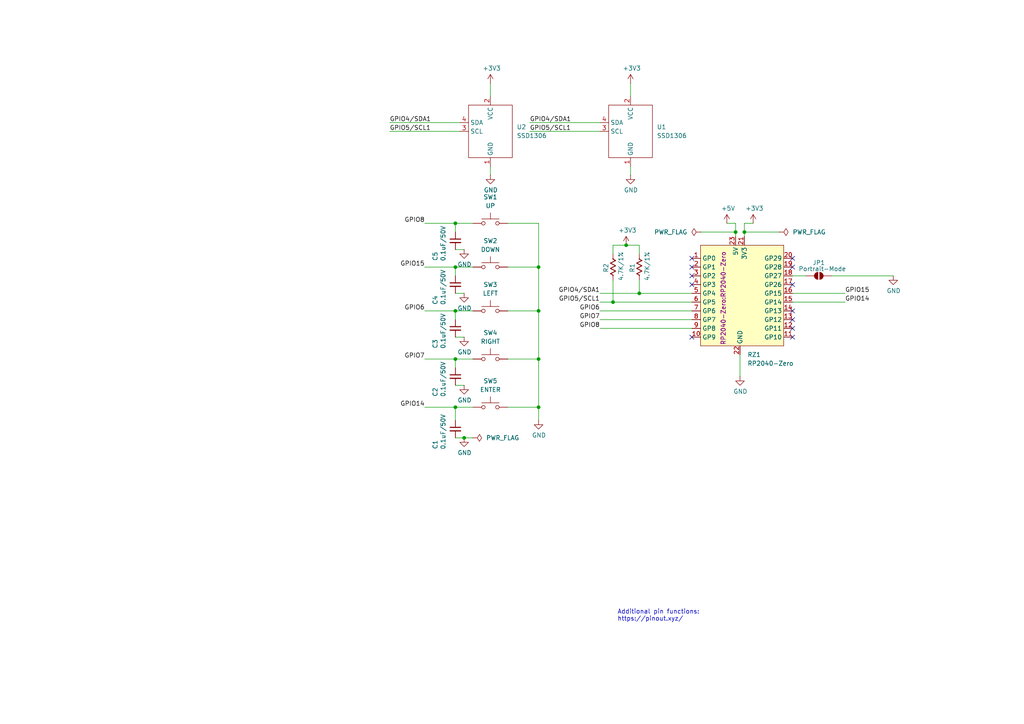
<source format=kicad_sch>
(kicad_sch
	(version 20250114)
	(generator "eeschema")
	(generator_version "9.0")
	(uuid "e63e39d7-6ac0-4ffd-8aa3-1841a4541b55")
	(paper "A4")
	(title_block
		(title "PI-Zero-Micropanel")
		(date "27 Sep 2025")
		(rev "1.0")
	)
	(lib_symbols
		(symbol "Ezra_PART_PASSIVE:C_0603"
			(pin_numbers
				(hide yes)
			)
			(pin_names
				(offset 0.254)
				(hide yes)
			)
			(exclude_from_sim no)
			(in_bom yes)
			(on_board yes)
			(property "Reference" "C"
				(at 1.905 1.016 0)
				(effects
					(font
						(size 1.27 1.27)
					)
					(justify left)
				)
			)
			(property "Value" "C_0603"
				(at 0 3.81 0)
				(effects
					(font
						(size 1.27 1.27)
					)
					(hide yes)
				)
			)
			(property "Footprint" "PCM_4ms_Capacitor:C_0603"
				(at -2.54 -5.08 0)
				(effects
					(font
						(size 1.27 1.27)
					)
					(justify left)
					(hide yes)
				)
			)
			(property "Datasheet" ""
				(at 0 0 0)
				(effects
					(font
						(size 1.27 1.27)
					)
					(hide yes)
				)
			)
			(property "Description" ""
				(at 0 0 0)
				(effects
					(font
						(size 1.27 1.27)
					)
					(hide yes)
				)
			)
			(property "Display" "?F"
				(at 1.905 -1.27 0)
				(effects
					(font
						(size 1.27 1.27)
					)
					(justify left)
				)
			)
			(property "ki_keywords" "C_Generic"
				(at 0 0 0)
				(effects
					(font
						(size 1.27 1.27)
					)
					(hide yes)
				)
			)
			(property "ki_fp_filters" "C_*"
				(at 0 0 0)
				(effects
					(font
						(size 1.27 1.27)
					)
					(hide yes)
				)
			)
			(symbol "C_0603_0_1"
				(polyline
					(pts
						(xy -1.524 0.508) (xy 1.524 0.508)
					)
					(stroke
						(width 0.3048)
						(type default)
					)
					(fill
						(type none)
					)
				)
				(polyline
					(pts
						(xy -1.524 -0.508) (xy 1.524 -0.508)
					)
					(stroke
						(width 0.3302)
						(type default)
					)
					(fill
						(type none)
					)
				)
			)
			(symbol "C_0603_1_1"
				(pin passive line
					(at 0 2.54 270)
					(length 2.032)
					(name "~"
						(effects
							(font
								(size 1.27 1.27)
							)
						)
					)
					(number "1"
						(effects
							(font
								(size 1.27 1.27)
							)
						)
					)
				)
				(pin passive line
					(at 0 -2.54 90)
					(length 2.032)
					(name "~"
						(effects
							(font
								(size 1.27 1.27)
							)
						)
					)
					(number "2"
						(effects
							(font
								(size 1.27 1.27)
							)
						)
					)
				)
			)
			(embedded_fonts no)
		)
		(symbol "Ezra_PART_PASSIVE:R_0603"
			(pin_numbers
				(hide yes)
			)
			(pin_names
				(offset 0)
			)
			(exclude_from_sim no)
			(in_bom yes)
			(on_board yes)
			(property "Reference" "R"
				(at 1.016 2.286 90)
				(effects
					(font
						(size 1.27 1.27)
					)
					(justify left)
				)
			)
			(property "Value" "R/1%"
				(at 1.016 -12.446 90)
				(effects
					(font
						(size 1.27 1.27)
					)
					(justify left)
				)
			)
			(property "Footprint" "PCM_4ms_Resistor:R_0603"
				(at 0 -11.43 0)
				(effects
					(font
						(size 1.27 1.27)
					)
					(hide yes)
				)
			)
			(property "Datasheet" ""
				(at 0 0 0)
				(effects
					(font
						(size 1.27 1.27)
					)
					(hide yes)
				)
			)
			(property "Description" ""
				(at 0 0 0)
				(effects
					(font
						(size 1.27 1.27)
					)
					(hide yes)
				)
			)
			(property "Height" ""
				(at 0 0 0)
				(effects
					(font
						(size 1.27 1.27)
					)
					(hide yes)
				)
			)
			(property "ki_keywords" "R res resistor us smd 0402"
				(at 0 0 0)
				(effects
					(font
						(size 1.27 1.27)
					)
					(hide yes)
				)
			)
			(property "ki_fp_filters" "R_*"
				(at 0 0 0)
				(effects
					(font
						(size 1.27 1.27)
					)
					(hide yes)
				)
			)
			(symbol "R_0603_0_1"
				(polyline
					(pts
						(xy 0 2.286) (xy 0 2.54)
					)
					(stroke
						(width 0.254)
						(type default)
					)
					(fill
						(type none)
					)
				)
				(polyline
					(pts
						(xy 0 2.286) (xy 0.762 1.905) (xy -0.762 1.143) (xy 0 0.762) (xy 0.762 0.381) (xy 0 0) (xy -0.762 -0.381)
						(xy 0 -0.762) (xy 0.762 -1.143) (xy 0 -1.524) (xy -0.762 -1.905) (xy 0 -2.286)
					)
					(stroke
						(width 0.254)
						(type default)
					)
					(fill
						(type none)
					)
				)
				(polyline
					(pts
						(xy 0 -2.286) (xy 0 -2.54)
					)
					(stroke
						(width 0.254)
						(type default)
					)
					(fill
						(type none)
					)
				)
			)
			(symbol "R_0603_1_1"
				(pin passive line
					(at 0 3.81 270)
					(length 1.27)
					(name "~"
						(effects
							(font
								(size 1.27 1.27)
							)
						)
					)
					(number "1"
						(effects
							(font
								(size 1.27 1.27)
							)
						)
					)
				)
				(pin passive line
					(at 0 -3.81 90)
					(length 1.27)
					(name "~"
						(effects
							(font
								(size 1.27 1.27)
							)
						)
					)
					(number "2"
						(effects
							(font
								(size 1.27 1.27)
							)
						)
					)
				)
			)
			(embedded_fonts no)
		)
		(symbol "Jumper:SolderJumper_2_Open"
			(pin_numbers
				(hide yes)
			)
			(pin_names
				(offset 0)
				(hide yes)
			)
			(exclude_from_sim no)
			(in_bom no)
			(on_board yes)
			(property "Reference" "JP"
				(at 0 2.032 0)
				(effects
					(font
						(size 1.27 1.27)
					)
				)
			)
			(property "Value" "SolderJumper_2_Open"
				(at 0 -2.54 0)
				(effects
					(font
						(size 1.27 1.27)
					)
				)
			)
			(property "Footprint" ""
				(at 0 0 0)
				(effects
					(font
						(size 1.27 1.27)
					)
					(hide yes)
				)
			)
			(property "Datasheet" "~"
				(at 0 0 0)
				(effects
					(font
						(size 1.27 1.27)
					)
					(hide yes)
				)
			)
			(property "Description" "Solder Jumper, 2-pole, open"
				(at 0 0 0)
				(effects
					(font
						(size 1.27 1.27)
					)
					(hide yes)
				)
			)
			(property "ki_keywords" "solder jumper SPST"
				(at 0 0 0)
				(effects
					(font
						(size 1.27 1.27)
					)
					(hide yes)
				)
			)
			(property "ki_fp_filters" "SolderJumper*Open*"
				(at 0 0 0)
				(effects
					(font
						(size 1.27 1.27)
					)
					(hide yes)
				)
			)
			(symbol "SolderJumper_2_Open_0_1"
				(polyline
					(pts
						(xy -0.254 1.016) (xy -0.254 -1.016)
					)
					(stroke
						(width 0)
						(type default)
					)
					(fill
						(type none)
					)
				)
				(arc
					(start -0.254 -1.016)
					(mid -1.2656 0)
					(end -0.254 1.016)
					(stroke
						(width 0)
						(type default)
					)
					(fill
						(type none)
					)
				)
				(arc
					(start -0.254 -1.016)
					(mid -1.2656 0)
					(end -0.254 1.016)
					(stroke
						(width 0)
						(type default)
					)
					(fill
						(type outline)
					)
				)
				(arc
					(start 0.254 1.016)
					(mid 1.2656 0)
					(end 0.254 -1.016)
					(stroke
						(width 0)
						(type default)
					)
					(fill
						(type none)
					)
				)
				(arc
					(start 0.254 1.016)
					(mid 1.2656 0)
					(end 0.254 -1.016)
					(stroke
						(width 0)
						(type default)
					)
					(fill
						(type outline)
					)
				)
				(polyline
					(pts
						(xy 0.254 1.016) (xy 0.254 -1.016)
					)
					(stroke
						(width 0)
						(type default)
					)
					(fill
						(type none)
					)
				)
			)
			(symbol "SolderJumper_2_Open_1_1"
				(pin passive line
					(at -3.81 0 0)
					(length 2.54)
					(name "A"
						(effects
							(font
								(size 1.27 1.27)
							)
						)
					)
					(number "1"
						(effects
							(font
								(size 1.27 1.27)
							)
						)
					)
				)
				(pin passive line
					(at 3.81 0 180)
					(length 2.54)
					(name "B"
						(effects
							(font
								(size 1.27 1.27)
							)
						)
					)
					(number "2"
						(effects
							(font
								(size 1.27 1.27)
							)
						)
					)
				)
			)
			(embedded_fonts no)
		)
		(symbol "Switch:SW_Push"
			(pin_numbers
				(hide yes)
			)
			(pin_names
				(offset 1.016)
				(hide yes)
			)
			(exclude_from_sim no)
			(in_bom yes)
			(on_board yes)
			(property "Reference" "SW"
				(at 1.27 2.54 0)
				(effects
					(font
						(size 1.27 1.27)
					)
					(justify left)
				)
			)
			(property "Value" "SW_Push"
				(at 0 -1.524 0)
				(effects
					(font
						(size 1.27 1.27)
					)
				)
			)
			(property "Footprint" ""
				(at 0 5.08 0)
				(effects
					(font
						(size 1.27 1.27)
					)
					(hide yes)
				)
			)
			(property "Datasheet" "~"
				(at 0 5.08 0)
				(effects
					(font
						(size 1.27 1.27)
					)
					(hide yes)
				)
			)
			(property "Description" "Push button switch, generic, two pins"
				(at 0 0 0)
				(effects
					(font
						(size 1.27 1.27)
					)
					(hide yes)
				)
			)
			(property "ki_keywords" "switch normally-open pushbutton push-button"
				(at 0 0 0)
				(effects
					(font
						(size 1.27 1.27)
					)
					(hide yes)
				)
			)
			(symbol "SW_Push_0_1"
				(circle
					(center -2.032 0)
					(radius 0.508)
					(stroke
						(width 0)
						(type default)
					)
					(fill
						(type none)
					)
				)
				(polyline
					(pts
						(xy 0 1.27) (xy 0 3.048)
					)
					(stroke
						(width 0)
						(type default)
					)
					(fill
						(type none)
					)
				)
				(circle
					(center 2.032 0)
					(radius 0.508)
					(stroke
						(width 0)
						(type default)
					)
					(fill
						(type none)
					)
				)
				(polyline
					(pts
						(xy 2.54 1.27) (xy -2.54 1.27)
					)
					(stroke
						(width 0)
						(type default)
					)
					(fill
						(type none)
					)
				)
				(pin passive line
					(at -5.08 0 0)
					(length 2.54)
					(name "1"
						(effects
							(font
								(size 1.27 1.27)
							)
						)
					)
					(number "1"
						(effects
							(font
								(size 1.27 1.27)
							)
						)
					)
				)
				(pin passive line
					(at 5.08 0 180)
					(length 2.54)
					(name "2"
						(effects
							(font
								(size 1.27 1.27)
							)
						)
					)
					(number "2"
						(effects
							(font
								(size 1.27 1.27)
							)
						)
					)
				)
			)
			(embedded_fonts no)
		)
		(symbol "adav-symbols:SSD1306"
			(exclude_from_sim no)
			(in_bom yes)
			(on_board yes)
			(property "Reference" "U"
				(at 0 0 0)
				(effects
					(font
						(size 1.27 1.27)
					)
				)
			)
			(property "Value" "SSD1306"
				(at 11.176 0.254 0)
				(effects
					(font
						(size 1.27 1.27)
					)
				)
			)
			(property "Footprint" ""
				(at 0 0 0)
				(effects
					(font
						(size 1.27 1.27)
					)
					(hide yes)
				)
			)
			(property "Datasheet" ""
				(at 0 0 0)
				(effects
					(font
						(size 1.27 1.27)
					)
					(hide yes)
				)
			)
			(property "Description" ""
				(at 0 0 0)
				(effects
					(font
						(size 1.27 1.27)
					)
					(hide yes)
				)
			)
			(symbol "SSD1306_0_1"
				(rectangle
					(start -6.35 7.62)
					(end 6.35 -7.62)
					(stroke
						(width 0)
						(type default)
					)
					(fill
						(type none)
					)
				)
			)
			(symbol "SSD1306_1_1"
				(pin bidirectional line
					(at -8.89 2.54 0)
					(length 2.54)
					(name "SDA"
						(effects
							(font
								(size 1.27 1.27)
							)
						)
					)
					(number "4"
						(effects
							(font
								(size 1.27 1.27)
							)
						)
					)
				)
				(pin input line
					(at -8.89 0 0)
					(length 2.54)
					(name "SCL"
						(effects
							(font
								(size 1.27 1.27)
							)
						)
					)
					(number "3"
						(effects
							(font
								(size 1.27 1.27)
							)
						)
					)
				)
				(pin power_in line
					(at 0 10.16 270)
					(length 2.54)
					(name "VCC"
						(effects
							(font
								(size 1.27 1.27)
							)
						)
					)
					(number "2"
						(effects
							(font
								(size 1.27 1.27)
							)
						)
					)
				)
				(pin power_in line
					(at 0 -10.16 90)
					(length 2.54)
					(name "GND"
						(effects
							(font
								(size 1.27 1.27)
							)
						)
					)
					(number "1"
						(effects
							(font
								(size 1.27 1.27)
							)
						)
					)
				)
			)
			(embedded_fonts no)
		)
		(symbol "power:+3.3V"
			(power)
			(pin_numbers
				(hide yes)
			)
			(pin_names
				(offset 0)
				(hide yes)
			)
			(exclude_from_sim no)
			(in_bom yes)
			(on_board yes)
			(property "Reference" "#PWR"
				(at 0 -3.81 0)
				(effects
					(font
						(size 1.27 1.27)
					)
					(hide yes)
				)
			)
			(property "Value" "+3.3V"
				(at 0 3.556 0)
				(effects
					(font
						(size 1.27 1.27)
					)
				)
			)
			(property "Footprint" ""
				(at 0 0 0)
				(effects
					(font
						(size 1.27 1.27)
					)
					(hide yes)
				)
			)
			(property "Datasheet" ""
				(at 0 0 0)
				(effects
					(font
						(size 1.27 1.27)
					)
					(hide yes)
				)
			)
			(property "Description" "Power symbol creates a global label with name \"+3.3V\""
				(at 0 0 0)
				(effects
					(font
						(size 1.27 1.27)
					)
					(hide yes)
				)
			)
			(property "ki_keywords" "global power"
				(at 0 0 0)
				(effects
					(font
						(size 1.27 1.27)
					)
					(hide yes)
				)
			)
			(symbol "+3.3V_0_1"
				(polyline
					(pts
						(xy -0.762 1.27) (xy 0 2.54)
					)
					(stroke
						(width 0)
						(type default)
					)
					(fill
						(type none)
					)
				)
				(polyline
					(pts
						(xy 0 2.54) (xy 0.762 1.27)
					)
					(stroke
						(width 0)
						(type default)
					)
					(fill
						(type none)
					)
				)
				(polyline
					(pts
						(xy 0 0) (xy 0 2.54)
					)
					(stroke
						(width 0)
						(type default)
					)
					(fill
						(type none)
					)
				)
			)
			(symbol "+3.3V_1_1"
				(pin power_in line
					(at 0 0 90)
					(length 0)
					(name "~"
						(effects
							(font
								(size 1.27 1.27)
							)
						)
					)
					(number "1"
						(effects
							(font
								(size 1.27 1.27)
							)
						)
					)
				)
			)
			(embedded_fonts no)
		)
		(symbol "power:+5V"
			(power)
			(pin_numbers
				(hide yes)
			)
			(pin_names
				(offset 0)
				(hide yes)
			)
			(exclude_from_sim no)
			(in_bom yes)
			(on_board yes)
			(property "Reference" "#PWR"
				(at 0 -3.81 0)
				(effects
					(font
						(size 1.27 1.27)
					)
					(hide yes)
				)
			)
			(property "Value" "+5V"
				(at 0 3.556 0)
				(effects
					(font
						(size 1.27 1.27)
					)
				)
			)
			(property "Footprint" ""
				(at 0 0 0)
				(effects
					(font
						(size 1.27 1.27)
					)
					(hide yes)
				)
			)
			(property "Datasheet" ""
				(at 0 0 0)
				(effects
					(font
						(size 1.27 1.27)
					)
					(hide yes)
				)
			)
			(property "Description" "Power symbol creates a global label with name \"+5V\""
				(at 0 0 0)
				(effects
					(font
						(size 1.27 1.27)
					)
					(hide yes)
				)
			)
			(property "ki_keywords" "global power"
				(at 0 0 0)
				(effects
					(font
						(size 1.27 1.27)
					)
					(hide yes)
				)
			)
			(symbol "+5V_0_1"
				(polyline
					(pts
						(xy -0.762 1.27) (xy 0 2.54)
					)
					(stroke
						(width 0)
						(type default)
					)
					(fill
						(type none)
					)
				)
				(polyline
					(pts
						(xy 0 2.54) (xy 0.762 1.27)
					)
					(stroke
						(width 0)
						(type default)
					)
					(fill
						(type none)
					)
				)
				(polyline
					(pts
						(xy 0 0) (xy 0 2.54)
					)
					(stroke
						(width 0)
						(type default)
					)
					(fill
						(type none)
					)
				)
			)
			(symbol "+5V_1_1"
				(pin power_in line
					(at 0 0 90)
					(length 0)
					(name "~"
						(effects
							(font
								(size 1.27 1.27)
							)
						)
					)
					(number "1"
						(effects
							(font
								(size 1.27 1.27)
							)
						)
					)
				)
			)
			(embedded_fonts no)
		)
		(symbol "power:GND"
			(power)
			(pin_numbers
				(hide yes)
			)
			(pin_names
				(offset 0)
				(hide yes)
			)
			(exclude_from_sim no)
			(in_bom yes)
			(on_board yes)
			(property "Reference" "#PWR"
				(at 0 -6.35 0)
				(effects
					(font
						(size 1.27 1.27)
					)
					(hide yes)
				)
			)
			(property "Value" "GND"
				(at 0 -3.81 0)
				(effects
					(font
						(size 1.27 1.27)
					)
				)
			)
			(property "Footprint" ""
				(at 0 0 0)
				(effects
					(font
						(size 1.27 1.27)
					)
					(hide yes)
				)
			)
			(property "Datasheet" ""
				(at 0 0 0)
				(effects
					(font
						(size 1.27 1.27)
					)
					(hide yes)
				)
			)
			(property "Description" "Power symbol creates a global label with name \"GND\" , ground"
				(at 0 0 0)
				(effects
					(font
						(size 1.27 1.27)
					)
					(hide yes)
				)
			)
			(property "ki_keywords" "global power"
				(at 0 0 0)
				(effects
					(font
						(size 1.27 1.27)
					)
					(hide yes)
				)
			)
			(symbol "GND_0_1"
				(polyline
					(pts
						(xy 0 0) (xy 0 -1.27) (xy 1.27 -1.27) (xy 0 -2.54) (xy -1.27 -1.27) (xy 0 -1.27)
					)
					(stroke
						(width 0)
						(type default)
					)
					(fill
						(type none)
					)
				)
			)
			(symbol "GND_1_1"
				(pin power_in line
					(at 0 0 270)
					(length 0)
					(name "~"
						(effects
							(font
								(size 1.27 1.27)
							)
						)
					)
					(number "1"
						(effects
							(font
								(size 1.27 1.27)
							)
						)
					)
				)
			)
			(embedded_fonts no)
		)
		(symbol "power:PWR_FLAG"
			(power)
			(pin_numbers
				(hide yes)
			)
			(pin_names
				(offset 0)
				(hide yes)
			)
			(exclude_from_sim no)
			(in_bom yes)
			(on_board yes)
			(property "Reference" "#FLG"
				(at 0 1.905 0)
				(effects
					(font
						(size 1.27 1.27)
					)
					(hide yes)
				)
			)
			(property "Value" "PWR_FLAG"
				(at 0 3.81 0)
				(effects
					(font
						(size 1.27 1.27)
					)
				)
			)
			(property "Footprint" ""
				(at 0 0 0)
				(effects
					(font
						(size 1.27 1.27)
					)
					(hide yes)
				)
			)
			(property "Datasheet" "~"
				(at 0 0 0)
				(effects
					(font
						(size 1.27 1.27)
					)
					(hide yes)
				)
			)
			(property "Description" "Special symbol for telling ERC where power comes from"
				(at 0 0 0)
				(effects
					(font
						(size 1.27 1.27)
					)
					(hide yes)
				)
			)
			(property "ki_keywords" "flag power"
				(at 0 0 0)
				(effects
					(font
						(size 1.27 1.27)
					)
					(hide yes)
				)
			)
			(symbol "PWR_FLAG_0_0"
				(pin power_out line
					(at 0 0 90)
					(length 0)
					(name "~"
						(effects
							(font
								(size 1.27 1.27)
							)
						)
					)
					(number "1"
						(effects
							(font
								(size 1.27 1.27)
							)
						)
					)
				)
			)
			(symbol "PWR_FLAG_0_1"
				(polyline
					(pts
						(xy 0 0) (xy 0 1.27) (xy -1.016 1.905) (xy 0 2.54) (xy 1.016 1.905) (xy 0 1.27)
					)
					(stroke
						(width 0)
						(type default)
					)
					(fill
						(type none)
					)
				)
			)
			(embedded_fonts no)
		)
		(symbol "rp2040-zero:RP2040-Zero"
			(exclude_from_sim no)
			(in_bom yes)
			(on_board yes)
			(property "Reference" "RZ"
				(at 0 0 0)
				(effects
					(font
						(size 1.27 1.27)
					)
				)
			)
			(property "Value" "RP2040-Zero"
				(at 0 -2.54 0)
				(effects
					(font
						(size 1.27 1.27)
					)
				)
			)
			(property "Footprint" "RP2040-Zero:RP2040-Zero"
				(at 0 0 0)
				(effects
					(font
						(size 1.27 1.27)
					)
				)
			)
			(property "Datasheet" ""
				(at 0 0 0)
				(effects
					(font
						(size 1.27 1.27)
					)
					(hide yes)
				)
			)
			(property "Description" ""
				(at 0 0 0)
				(effects
					(font
						(size 1.27 1.27)
					)
					(hide yes)
				)
			)
			(symbol "RP2040-Zero_0_1"
				(rectangle
					(start -11.43 -15.24)
					(end 12.7 13.97)
					(stroke
						(width 0)
						(type default)
					)
					(fill
						(type background)
					)
				)
			)
			(symbol "RP2040-Zero_1_1"
				(pin bidirectional line
					(at -13.97 10.16 0)
					(length 2.54)
					(name "GP0"
						(effects
							(font
								(size 1.27 1.27)
							)
						)
					)
					(number "1"
						(effects
							(font
								(size 1.27 1.27)
							)
						)
					)
				)
				(pin bidirectional line
					(at -13.97 7.62 0)
					(length 2.54)
					(name "GP1"
						(effects
							(font
								(size 1.27 1.27)
							)
						)
					)
					(number "2"
						(effects
							(font
								(size 1.27 1.27)
							)
						)
					)
				)
				(pin bidirectional line
					(at -13.97 5.08 0)
					(length 2.54)
					(name "GP2"
						(effects
							(font
								(size 1.27 1.27)
							)
						)
					)
					(number "3"
						(effects
							(font
								(size 1.27 1.27)
							)
						)
					)
				)
				(pin bidirectional line
					(at -13.97 2.54 0)
					(length 2.54)
					(name "GP3"
						(effects
							(font
								(size 1.27 1.27)
							)
						)
					)
					(number "4"
						(effects
							(font
								(size 1.27 1.27)
							)
						)
					)
				)
				(pin bidirectional line
					(at -13.97 0 0)
					(length 2.54)
					(name "GP4"
						(effects
							(font
								(size 1.27 1.27)
							)
						)
					)
					(number "5"
						(effects
							(font
								(size 1.27 1.27)
							)
						)
					)
				)
				(pin bidirectional line
					(at -13.97 -2.54 0)
					(length 2.54)
					(name "GP5"
						(effects
							(font
								(size 1.27 1.27)
							)
						)
					)
					(number "6"
						(effects
							(font
								(size 1.27 1.27)
							)
						)
					)
				)
				(pin bidirectional line
					(at -13.97 -5.08 0)
					(length 2.54)
					(name "GP6"
						(effects
							(font
								(size 1.27 1.27)
							)
						)
					)
					(number "7"
						(effects
							(font
								(size 1.27 1.27)
							)
						)
					)
				)
				(pin bidirectional line
					(at -13.97 -7.62 0)
					(length 2.54)
					(name "GP7"
						(effects
							(font
								(size 1.27 1.27)
							)
						)
					)
					(number "8"
						(effects
							(font
								(size 1.27 1.27)
							)
						)
					)
				)
				(pin bidirectional line
					(at -13.97 -10.16 0)
					(length 2.54)
					(name "GP8"
						(effects
							(font
								(size 1.27 1.27)
							)
						)
					)
					(number "9"
						(effects
							(font
								(size 1.27 1.27)
							)
						)
					)
				)
				(pin bidirectional line
					(at -13.97 -12.7 0)
					(length 2.54)
					(name "GP9"
						(effects
							(font
								(size 1.27 1.27)
							)
						)
					)
					(number "10"
						(effects
							(font
								(size 1.27 1.27)
							)
						)
					)
				)
				(pin power_in line
					(at -1.27 16.51 270)
					(length 2.54)
					(name "5V"
						(effects
							(font
								(size 1.27 1.27)
							)
						)
					)
					(number "23"
						(effects
							(font
								(size 1.27 1.27)
							)
						)
					)
				)
				(pin power_in line
					(at 0 -17.78 90)
					(length 2.54)
					(name "GND"
						(effects
							(font
								(size 1.27 1.27)
							)
						)
					)
					(number "22"
						(effects
							(font
								(size 1.27 1.27)
							)
						)
					)
				)
				(pin power_in line
					(at 1.27 16.51 270)
					(length 2.54)
					(name "3V3"
						(effects
							(font
								(size 1.27 1.27)
							)
						)
					)
					(number "21"
						(effects
							(font
								(size 1.27 1.27)
							)
						)
					)
				)
				(pin bidirectional line
					(at 15.24 10.16 180)
					(length 2.54)
					(name "GP29"
						(effects
							(font
								(size 1.27 1.27)
							)
						)
					)
					(number "20"
						(effects
							(font
								(size 1.27 1.27)
							)
						)
					)
				)
				(pin bidirectional line
					(at 15.24 7.62 180)
					(length 2.54)
					(name "GP28"
						(effects
							(font
								(size 1.27 1.27)
							)
						)
					)
					(number "19"
						(effects
							(font
								(size 1.27 1.27)
							)
						)
					)
				)
				(pin bidirectional line
					(at 15.24 5.08 180)
					(length 2.54)
					(name "GP27"
						(effects
							(font
								(size 1.27 1.27)
							)
						)
					)
					(number "18"
						(effects
							(font
								(size 1.27 1.27)
							)
						)
					)
				)
				(pin bidirectional line
					(at 15.24 2.54 180)
					(length 2.54)
					(name "GP26"
						(effects
							(font
								(size 1.27 1.27)
							)
						)
					)
					(number "17"
						(effects
							(font
								(size 1.27 1.27)
							)
						)
					)
				)
				(pin bidirectional line
					(at 15.24 0 180)
					(length 2.54)
					(name "GP15"
						(effects
							(font
								(size 1.27 1.27)
							)
						)
					)
					(number "16"
						(effects
							(font
								(size 1.27 1.27)
							)
						)
					)
				)
				(pin bidirectional line
					(at 15.24 -2.54 180)
					(length 2.54)
					(name "GP14"
						(effects
							(font
								(size 1.27 1.27)
							)
						)
					)
					(number "15"
						(effects
							(font
								(size 1.27 1.27)
							)
						)
					)
				)
				(pin bidirectional line
					(at 15.24 -5.08 180)
					(length 2.54)
					(name "GP13"
						(effects
							(font
								(size 1.27 1.27)
							)
						)
					)
					(number "14"
						(effects
							(font
								(size 1.27 1.27)
							)
						)
					)
				)
				(pin bidirectional line
					(at 15.24 -7.62 180)
					(length 2.54)
					(name "GP12"
						(effects
							(font
								(size 1.27 1.27)
							)
						)
					)
					(number "13"
						(effects
							(font
								(size 1.27 1.27)
							)
						)
					)
				)
				(pin bidirectional line
					(at 15.24 -10.16 180)
					(length 2.54)
					(name "GP11"
						(effects
							(font
								(size 1.27 1.27)
							)
						)
					)
					(number "12"
						(effects
							(font
								(size 1.27 1.27)
							)
						)
					)
				)
				(pin bidirectional line
					(at 15.24 -12.7 180)
					(length 2.54)
					(name "GP10"
						(effects
							(font
								(size 1.27 1.27)
							)
						)
					)
					(number "11"
						(effects
							(font
								(size 1.27 1.27)
							)
						)
					)
				)
			)
			(embedded_fonts no)
		)
	)
	(text "Additional pin functions:\nhttps://pinout.xyz/"
		(exclude_from_sim no)
		(at 179.07 180.34 0)
		(effects
			(font
				(size 1.27 1.27)
			)
			(justify left bottom)
		)
		(uuid "f821f61c-6b6a-4864-ace3-a78a834a9305")
	)
	(junction
		(at 156.21 104.14)
		(diameter 0)
		(color 0 0 0 0)
		(uuid "06196599-211f-4a4d-826b-a80d357daf96")
	)
	(junction
		(at 132.08 90.17)
		(diameter 0)
		(color 0 0 0 0)
		(uuid "063a5a79-d710-4699-81d8-98db30d0b76a")
	)
	(junction
		(at 132.08 118.11)
		(diameter 0)
		(color 0 0 0 0)
		(uuid "11dbe5ba-cfe9-4368-a461-7d127b9d89db")
	)
	(junction
		(at 156.21 90.17)
		(diameter 0)
		(color 0 0 0 0)
		(uuid "30dd5c42-68aa-4a40-97f6-2c937acd58f5")
	)
	(junction
		(at 156.21 77.47)
		(diameter 0)
		(color 0 0 0 0)
		(uuid "3e091165-c1ed-442f-ae8e-8d78b8a5b97f")
	)
	(junction
		(at 134.62 127)
		(diameter 0)
		(color 0 0 0 0)
		(uuid "68f68d17-890b-4d77-a43c-54d888fa96de")
	)
	(junction
		(at 215.9 67.31)
		(diameter 0)
		(color 0 0 0 0)
		(uuid "7910d8c8-286b-44ac-b65a-4d7ddf0b3948")
	)
	(junction
		(at 185.42 85.09)
		(diameter 0)
		(color 0 0 0 0)
		(uuid "7a4b97ff-e7e9-4080-b8b4-79bde9d79b4e")
	)
	(junction
		(at 132.08 77.47)
		(diameter 0)
		(color 0 0 0 0)
		(uuid "a045b926-fbef-4fbc-bfe2-7ea676d2efb4")
	)
	(junction
		(at 132.08 104.14)
		(diameter 0)
		(color 0 0 0 0)
		(uuid "a1e3f8b5-21ac-4034-878b-b6b35ef42fb5")
	)
	(junction
		(at 156.21 118.11)
		(diameter 0)
		(color 0 0 0 0)
		(uuid "a2c58b1d-d8cc-44c0-8949-7bac1e01f11d")
	)
	(junction
		(at 213.36 67.31)
		(diameter 0)
		(color 0 0 0 0)
		(uuid "ac189485-2245-4477-9b52-5c61785f6fa5")
	)
	(junction
		(at 177.8 87.63)
		(diameter 0)
		(color 0 0 0 0)
		(uuid "cc163fa8-4f68-4ca6-8474-57fe71bb1e42")
	)
	(junction
		(at 181.61 71.12)
		(diameter 0)
		(color 0 0 0 0)
		(uuid "dce8d020-8303-4663-a5b1-692350c4b0aa")
	)
	(junction
		(at 132.08 64.77)
		(diameter 0)
		(color 0 0 0 0)
		(uuid "feea4005-423e-4766-a062-645880f98042")
	)
	(no_connect
		(at 200.66 77.47)
		(uuid "201c20f9-7561-424a-966d-85ab368dd7a1")
	)
	(no_connect
		(at 229.87 90.17)
		(uuid "35edcd1c-2316-4b5d-b838-9ad811c33eee")
	)
	(no_connect
		(at 229.87 77.47)
		(uuid "3b8d635f-94b5-4546-bd5b-ccc6481d4efc")
	)
	(no_connect
		(at 229.87 92.71)
		(uuid "3c6735d0-3698-4a5f-851d-52c762ec7949")
	)
	(no_connect
		(at 229.87 74.93)
		(uuid "3e15c1c9-596e-43dd-8568-9501a94d2c1b")
	)
	(no_connect
		(at 200.66 74.93)
		(uuid "5d382aea-7cf5-4e2f-b62a-79ec8031dd2d")
	)
	(no_connect
		(at 229.87 95.25)
		(uuid "695f22a5-3f9a-4b8d-8a24-abd956f5c9f8")
	)
	(no_connect
		(at 229.87 97.79)
		(uuid "726c086a-4d00-4fe1-b2ed-32bdf9613c8d")
	)
	(no_connect
		(at 200.66 97.79)
		(uuid "8040f824-3d08-4ac1-94ae-f424a71b35b8")
	)
	(no_connect
		(at 200.66 82.55)
		(uuid "9c3ceeaa-161f-4c7d-9d7a-e05c5f15baa5")
	)
	(no_connect
		(at 200.66 80.01)
		(uuid "b22787ec-749d-4770-ba61-bc3472abb5ff")
	)
	(no_connect
		(at 229.87 82.55)
		(uuid "ecbaa472-7901-4f0c-9978-c9cc1132a310")
	)
	(wire
		(pts
			(xy 177.8 87.63) (xy 200.66 87.63)
		)
		(stroke
			(width 0)
			(type default)
		)
		(uuid "07fb71a9-2ea6-4258-b5f8-1b25d7b7d8c5")
	)
	(wire
		(pts
			(xy 132.08 111.76) (xy 134.62 111.76)
		)
		(stroke
			(width 0)
			(type default)
		)
		(uuid "0847fafd-5ec2-4690-b466-8642b7eb95f6")
	)
	(wire
		(pts
			(xy 153.67 35.56) (xy 173.99 35.56)
		)
		(stroke
			(width 0)
			(type default)
		)
		(uuid "090f0e7d-b356-4904-b6ca-aad50381af41")
	)
	(wire
		(pts
			(xy 182.88 24.13) (xy 182.88 27.94)
		)
		(stroke
			(width 0)
			(type default)
		)
		(uuid "11d3a122-40fb-4623-87de-9592e5b2aa84")
	)
	(wire
		(pts
			(xy 134.62 127) (xy 137.16 127)
		)
		(stroke
			(width 0)
			(type default)
		)
		(uuid "14113f18-fd4f-48bc-9ddd-202d2a082166")
	)
	(wire
		(pts
			(xy 132.08 104.14) (xy 132.08 106.68)
		)
		(stroke
			(width 0)
			(type default)
		)
		(uuid "1984f9b5-6391-4749-aa89-3567de07719f")
	)
	(wire
		(pts
			(xy 182.88 48.26) (xy 182.88 50.8)
		)
		(stroke
			(width 0)
			(type default)
		)
		(uuid "219e96c9-d46d-4571-9687-f7a86c4fd0b6")
	)
	(wire
		(pts
			(xy 132.08 118.11) (xy 137.16 118.11)
		)
		(stroke
			(width 0)
			(type default)
		)
		(uuid "27182cc3-2790-41af-95c9-7748d176b617")
	)
	(wire
		(pts
			(xy 241.3 80.01) (xy 259.08 80.01)
		)
		(stroke
			(width 0)
			(type default)
		)
		(uuid "27e796fe-9428-4862-a3aa-e722d7d2817a")
	)
	(wire
		(pts
			(xy 132.08 90.17) (xy 137.16 90.17)
		)
		(stroke
			(width 0)
			(type default)
		)
		(uuid "29bfcd5d-bc66-478d-b012-d2273dcfb0bf")
	)
	(wire
		(pts
			(xy 156.21 104.14) (xy 156.21 118.11)
		)
		(stroke
			(width 0)
			(type default)
		)
		(uuid "2f7175ec-edec-4ab6-9c35-8a805237a63a")
	)
	(wire
		(pts
			(xy 123.19 77.47) (xy 132.08 77.47)
		)
		(stroke
			(width 0)
			(type default)
		)
		(uuid "30346f52-8da3-4ab1-9663-41e475d3e1b9")
	)
	(wire
		(pts
			(xy 153.67 38.1) (xy 173.99 38.1)
		)
		(stroke
			(width 0)
			(type default)
		)
		(uuid "3ee97b23-4fc2-4ccf-a5dd-5d6da9c314ec")
	)
	(wire
		(pts
			(xy 132.08 90.17) (xy 132.08 92.71)
		)
		(stroke
			(width 0)
			(type default)
		)
		(uuid "409c2d4f-a127-498c-a2e0-882fd427c7f1")
	)
	(wire
		(pts
			(xy 123.19 104.14) (xy 132.08 104.14)
		)
		(stroke
			(width 0)
			(type default)
		)
		(uuid "45492c1d-7da4-4a55-89b1-98323ab23988")
	)
	(wire
		(pts
			(xy 132.08 104.14) (xy 137.16 104.14)
		)
		(stroke
			(width 0)
			(type default)
		)
		(uuid "45975cd8-8cb6-4455-b99f-0fc91b3fc793")
	)
	(wire
		(pts
			(xy 156.21 121.92) (xy 156.21 118.11)
		)
		(stroke
			(width 0)
			(type default)
		)
		(uuid "4cf52785-77b7-405f-9c2b-26b9da3892aa")
	)
	(wire
		(pts
			(xy 156.21 90.17) (xy 156.21 104.14)
		)
		(stroke
			(width 0)
			(type default)
		)
		(uuid "52a9fe49-aa03-4c29-9001-0af50e26f3b6")
	)
	(wire
		(pts
			(xy 229.87 80.01) (xy 233.68 80.01)
		)
		(stroke
			(width 0)
			(type default)
		)
		(uuid "5402d4b8-8774-47e1-b56a-ca367e19d759")
	)
	(wire
		(pts
			(xy 173.99 92.71) (xy 200.66 92.71)
		)
		(stroke
			(width 0)
			(type default)
		)
		(uuid "56a7875d-6898-44f2-bd41-4a69cdb64757")
	)
	(wire
		(pts
			(xy 147.32 77.47) (xy 156.21 77.47)
		)
		(stroke
			(width 0)
			(type default)
		)
		(uuid "5ad2dd6a-5c05-4dc2-b208-c7b2a8405c1d")
	)
	(wire
		(pts
			(xy 132.08 64.77) (xy 132.08 67.31)
		)
		(stroke
			(width 0)
			(type default)
		)
		(uuid "60cc145e-5291-40f6-bf52-b13fdc401b62")
	)
	(wire
		(pts
			(xy 215.9 64.77) (xy 218.44 64.77)
		)
		(stroke
			(width 0)
			(type default)
		)
		(uuid "64631f24-47aa-4201-bf94-8eeeb6f93d32")
	)
	(wire
		(pts
			(xy 213.36 64.77) (xy 210.82 64.77)
		)
		(stroke
			(width 0)
			(type default)
		)
		(uuid "64cca328-b34d-42a6-bc60-4e3cfa56ec1d")
	)
	(wire
		(pts
			(xy 229.87 85.09) (xy 245.11 85.09)
		)
		(stroke
			(width 0)
			(type default)
		)
		(uuid "65af41af-3c57-4fcf-b4a1-4ac8e51c3518")
	)
	(wire
		(pts
			(xy 185.42 81.28) (xy 185.42 85.09)
		)
		(stroke
			(width 0)
			(type default)
		)
		(uuid "66aa1999-635c-4593-986b-c4183fdcb933")
	)
	(wire
		(pts
			(xy 156.21 64.77) (xy 156.21 77.47)
		)
		(stroke
			(width 0)
			(type default)
		)
		(uuid "70fb517a-05a9-4315-a159-e3a304832cf1")
	)
	(wire
		(pts
			(xy 213.36 68.58) (xy 213.36 67.31)
		)
		(stroke
			(width 0)
			(type default)
		)
		(uuid "76fbbfd7-fec2-48d2-8c4a-f2fac66f2404")
	)
	(wire
		(pts
			(xy 132.08 77.47) (xy 137.16 77.47)
		)
		(stroke
			(width 0)
			(type default)
		)
		(uuid "7b5b51d3-1a3c-4a5f-8e0a-eec4d738086b")
	)
	(wire
		(pts
			(xy 132.08 72.39) (xy 134.62 72.39)
		)
		(stroke
			(width 0)
			(type default)
		)
		(uuid "7e2c268e-5edc-45c1-a48b-6103ff6d0559")
	)
	(wire
		(pts
			(xy 132.08 64.77) (xy 137.16 64.77)
		)
		(stroke
			(width 0)
			(type default)
		)
		(uuid "7edb7849-2040-4399-8bb2-1307f462d1ed")
	)
	(wire
		(pts
			(xy 113.03 35.56) (xy 133.35 35.56)
		)
		(stroke
			(width 0)
			(type default)
		)
		(uuid "802b1d10-e91b-4c2b-819a-90ad38411af9")
	)
	(wire
		(pts
			(xy 132.08 97.79) (xy 134.62 97.79)
		)
		(stroke
			(width 0)
			(type default)
		)
		(uuid "82c3b803-a0e1-4fbd-abf7-5978dd2ac8bc")
	)
	(wire
		(pts
			(xy 132.08 118.11) (xy 132.08 121.92)
		)
		(stroke
			(width 0)
			(type default)
		)
		(uuid "830eb6c4-76bd-429e-aa85-83a53cc0e99d")
	)
	(wire
		(pts
			(xy 173.99 87.63) (xy 177.8 87.63)
		)
		(stroke
			(width 0)
			(type default)
		)
		(uuid "83710e99-1c5f-4ccc-8f80-221fc13646ea")
	)
	(wire
		(pts
			(xy 215.9 67.31) (xy 226.06 67.31)
		)
		(stroke
			(width 0)
			(type default)
		)
		(uuid "855c17ad-6a53-446e-8db5-b684449ac1e3")
	)
	(wire
		(pts
			(xy 156.21 118.11) (xy 147.32 118.11)
		)
		(stroke
			(width 0)
			(type default)
		)
		(uuid "86c5c60b-e90a-40e5-9f9f-e70d6a9d0c38")
	)
	(wire
		(pts
			(xy 185.42 73.66) (xy 185.42 71.12)
		)
		(stroke
			(width 0)
			(type default)
		)
		(uuid "8a8484af-2f86-4592-b046-6ff5c638ea37")
	)
	(wire
		(pts
			(xy 173.99 90.17) (xy 200.66 90.17)
		)
		(stroke
			(width 0)
			(type default)
		)
		(uuid "8d0efc75-613d-4e34-9e8b-b9608fa5e900")
	)
	(wire
		(pts
			(xy 177.8 71.12) (xy 181.61 71.12)
		)
		(stroke
			(width 0)
			(type default)
		)
		(uuid "902b959f-d9f2-4cec-98f4-5ca18b076e53")
	)
	(wire
		(pts
			(xy 142.24 24.13) (xy 142.24 27.94)
		)
		(stroke
			(width 0)
			(type default)
		)
		(uuid "a6a87ff0-4a77-43f5-8d6e-093475663abb")
	)
	(wire
		(pts
			(xy 215.9 67.31) (xy 215.9 64.77)
		)
		(stroke
			(width 0)
			(type default)
		)
		(uuid "a94c0d50-b053-4cee-b5c8-c5cf0f5f2406")
	)
	(wire
		(pts
			(xy 147.32 64.77) (xy 156.21 64.77)
		)
		(stroke
			(width 0)
			(type default)
		)
		(uuid "aa790f05-3d0a-45fa-8829-9b2ba12432f1")
	)
	(wire
		(pts
			(xy 185.42 85.09) (xy 200.66 85.09)
		)
		(stroke
			(width 0)
			(type default)
		)
		(uuid "ac58e957-49a8-41a3-bba3-6ab2a9ef31ab")
	)
	(wire
		(pts
			(xy 113.03 38.1) (xy 133.35 38.1)
		)
		(stroke
			(width 0)
			(type default)
		)
		(uuid "ae1c8f13-9594-46f0-9c2f-3af74fe3c349")
	)
	(wire
		(pts
			(xy 173.99 95.25) (xy 200.66 95.25)
		)
		(stroke
			(width 0)
			(type default)
		)
		(uuid "af2b718b-4905-46e8-8f27-5b5081455faf")
	)
	(wire
		(pts
			(xy 123.19 90.17) (xy 132.08 90.17)
		)
		(stroke
			(width 0)
			(type default)
		)
		(uuid "b0566e5f-dc8e-4ad8-8e5c-04b213a774b1")
	)
	(wire
		(pts
			(xy 213.36 67.31) (xy 213.36 64.77)
		)
		(stroke
			(width 0)
			(type default)
		)
		(uuid "b0f7373b-5a52-49cc-aceb-721ac5e58760")
	)
	(wire
		(pts
			(xy 123.19 118.11) (xy 132.08 118.11)
		)
		(stroke
			(width 0)
			(type default)
		)
		(uuid "b60fcb05-d08c-4ba9-a374-d57fb7b092d3")
	)
	(wire
		(pts
			(xy 142.24 48.26) (xy 142.24 50.8)
		)
		(stroke
			(width 0)
			(type default)
		)
		(uuid "b68160d3-9567-4e13-bd7a-404f90400b24")
	)
	(wire
		(pts
			(xy 215.9 68.58) (xy 215.9 67.31)
		)
		(stroke
			(width 0)
			(type default)
		)
		(uuid "b83f3908-48dc-4143-8ebe-0f705b2fbd76")
	)
	(wire
		(pts
			(xy 147.32 104.14) (xy 156.21 104.14)
		)
		(stroke
			(width 0)
			(type default)
		)
		(uuid "bc1c96b4-6e3b-4e5a-8d19-a77127467a2c")
	)
	(wire
		(pts
			(xy 173.99 85.09) (xy 185.42 85.09)
		)
		(stroke
			(width 0)
			(type default)
		)
		(uuid "bcf38b90-a75a-4da2-bcb5-6551f1901d85")
	)
	(wire
		(pts
			(xy 156.21 77.47) (xy 156.21 90.17)
		)
		(stroke
			(width 0)
			(type default)
		)
		(uuid "c40a0c63-95c5-4a39-8116-336d1029f4f4")
	)
	(wire
		(pts
			(xy 214.63 102.87) (xy 214.63 109.22)
		)
		(stroke
			(width 0)
			(type default)
		)
		(uuid "c827839a-389d-4425-8ab8-ddfd777e38f9")
	)
	(wire
		(pts
			(xy 132.08 77.47) (xy 132.08 80.01)
		)
		(stroke
			(width 0)
			(type default)
		)
		(uuid "ce308780-e2bc-4b93-bbb3-e9739c274fb8")
	)
	(wire
		(pts
			(xy 147.32 90.17) (xy 156.21 90.17)
		)
		(stroke
			(width 0)
			(type default)
		)
		(uuid "ce393dbc-d5f8-437b-a0cb-ef133b03bc24")
	)
	(wire
		(pts
			(xy 177.8 73.66) (xy 177.8 71.12)
		)
		(stroke
			(width 0)
			(type default)
		)
		(uuid "daba6bc0-4422-4cb7-bc74-6f51c5f446fc")
	)
	(wire
		(pts
			(xy 203.2 67.31) (xy 213.36 67.31)
		)
		(stroke
			(width 0)
			(type default)
		)
		(uuid "e579345d-e44a-44a5-ae09-fde59940dfd5")
	)
	(wire
		(pts
			(xy 123.19 64.77) (xy 132.08 64.77)
		)
		(stroke
			(width 0)
			(type default)
		)
		(uuid "e8bcd8a6-ec33-462a-bb7a-b257c8396a6d")
	)
	(wire
		(pts
			(xy 177.8 81.28) (xy 177.8 87.63)
		)
		(stroke
			(width 0)
			(type default)
		)
		(uuid "e8d3c5a5-a93e-4917-b8e4-e9e08072c275")
	)
	(wire
		(pts
			(xy 229.87 87.63) (xy 245.11 87.63)
		)
		(stroke
			(width 0)
			(type default)
		)
		(uuid "fad1daea-c149-4213-8b19-95247689bf51")
	)
	(wire
		(pts
			(xy 185.42 71.12) (xy 181.61 71.12)
		)
		(stroke
			(width 0)
			(type default)
		)
		(uuid "fbcf9a42-8452-460d-8310-44309d704962")
	)
	(wire
		(pts
			(xy 132.08 85.09) (xy 134.62 85.09)
		)
		(stroke
			(width 0)
			(type default)
		)
		(uuid "fde07f46-63f7-43e3-bc57-8916b13f4a85")
	)
	(wire
		(pts
			(xy 132.08 127) (xy 134.62 127)
		)
		(stroke
			(width 0)
			(type default)
		)
		(uuid "ff953ca0-39b6-4f51-874d-15fac11ba456")
	)
	(label "GPIO4{slash}SDA1"
		(at 113.03 35.56 0)
		(effects
			(font
				(size 1.27 1.27)
			)
			(justify left bottom)
		)
		(uuid "0b81319c-3daa-433e-ad47-5df00892d916")
	)
	(label "GPIO8"
		(at 173.99 95.25 180)
		(effects
			(font
				(size 1.27 1.27)
			)
			(justify right bottom)
		)
		(uuid "1b159b6a-14a5-447f-bcdf-98444ce0711a")
	)
	(label "GPIO5{slash}SCL1"
		(at 113.03 38.1 0)
		(effects
			(font
				(size 1.27 1.27)
			)
			(justify left bottom)
		)
		(uuid "1efaa09b-d03f-4cab-9b99-cd0281121111")
	)
	(label "GPIO15"
		(at 245.11 85.09 0)
		(effects
			(font
				(size 1.27 1.27)
			)
			(justify left bottom)
		)
		(uuid "2db75d1e-f5fd-407e-8c0d-137202a35cab")
	)
	(label "GPIO14"
		(at 245.11 87.63 0)
		(effects
			(font
				(size 1.27 1.27)
			)
			(justify left bottom)
		)
		(uuid "34cacb56-8f44-4ee6-bde3-b6dc9038d3a1")
	)
	(label "GPIO4{slash}SDA1"
		(at 173.99 85.09 180)
		(effects
			(font
				(size 1.27 1.27)
			)
			(justify right bottom)
		)
		(uuid "375f9384-89a4-4483-b605-3feb60a1731a")
	)
	(label "GPIO14"
		(at 123.19 118.11 180)
		(effects
			(font
				(size 1.27 1.27)
			)
			(justify right bottom)
		)
		(uuid "3ffd97c6-0d17-4a66-9b76-58942c22cd5d")
	)
	(label "GPIO4{slash}SDA1"
		(at 153.67 35.56 0)
		(effects
			(font
				(size 1.27 1.27)
			)
			(justify left bottom)
		)
		(uuid "648937f5-79a7-4b8f-ab5d-a85f593c6045")
	)
	(label "GPIO6"
		(at 123.19 90.17 180)
		(effects
			(font
				(size 1.27 1.27)
			)
			(justify right bottom)
		)
		(uuid "68781363-cc97-46a5-96b8-d124a6366bfc")
	)
	(label "GPIO5{slash}SCL1"
		(at 173.99 87.63 180)
		(effects
			(font
				(size 1.27 1.27)
			)
			(justify right bottom)
		)
		(uuid "8cb3642a-ec3c-4530-9696-91c6d3d900b3")
	)
	(label "GPIO8"
		(at 123.19 64.77 180)
		(effects
			(font
				(size 1.27 1.27)
			)
			(justify right bottom)
		)
		(uuid "b1ad5a35-e4f0-46e7-a60d-4b528ba66124")
	)
	(label "GPIO7"
		(at 173.99 92.71 180)
		(effects
			(font
				(size 1.27 1.27)
			)
			(justify right bottom)
		)
		(uuid "bb0e19ed-fb66-4b14-8ef0-5387f47f32a9")
	)
	(label "GPIO7"
		(at 123.19 104.14 180)
		(effects
			(font
				(size 1.27 1.27)
			)
			(justify right bottom)
		)
		(uuid "cbfd4bc3-ff0f-48ae-9e25-01e0c847690d")
	)
	(label "GPIO5{slash}SCL1"
		(at 153.67 38.1 0)
		(effects
			(font
				(size 1.27 1.27)
			)
			(justify left bottom)
		)
		(uuid "d4e71575-b542-434b-b6b7-07b3d9e5e449")
	)
	(label "GPIO6"
		(at 173.99 90.17 180)
		(effects
			(font
				(size 1.27 1.27)
			)
			(justify right bottom)
		)
		(uuid "dafb9487-4bf1-405c-b0d0-ef791385b83f")
	)
	(label "GPIO15"
		(at 123.19 77.47 180)
		(effects
			(font
				(size 1.27 1.27)
			)
			(justify right bottom)
		)
		(uuid "f601b0be-7629-4a60-b2a8-1ed2a133f309")
	)
	(symbol
		(lib_id "power:GND")
		(at 134.62 97.79 0)
		(unit 1)
		(exclude_from_sim no)
		(in_bom yes)
		(on_board yes)
		(dnp no)
		(uuid "126abadd-afef-4751-8968-17c4ff9ffdfe")
		(property "Reference" "#PWR04"
			(at 134.62 104.14 0)
			(effects
				(font
					(size 1.27 1.27)
				)
				(hide yes)
			)
		)
		(property "Value" "GND"
			(at 134.7343 102.1144 0)
			(effects
				(font
					(size 1.27 1.27)
				)
			)
		)
		(property "Footprint" ""
			(at 134.62 97.79 0)
			(effects
				(font
					(size 1.27 1.27)
				)
			)
		)
		(property "Datasheet" ""
			(at 134.62 97.79 0)
			(effects
				(font
					(size 1.27 1.27)
				)
			)
		)
		(property "Description" "Power symbol creates a global label with name \"GND\" , ground"
			(at 134.62 97.79 0)
			(effects
				(font
					(size 1.27 1.27)
				)
				(hide yes)
			)
		)
		(pin "1"
			(uuid "309bff1d-5db1-415c-b328-9b8302775ff2")
		)
		(instances
			(project "usb-hid-display"
				(path "/e63e39d7-6ac0-4ffd-8aa3-1841a4541b55"
					(reference "#PWR04")
					(unit 1)
				)
			)
		)
	)
	(symbol
		(lib_id "rp2040-zero:RP2040-Zero")
		(at 214.63 85.09 0)
		(unit 1)
		(exclude_from_sim no)
		(in_bom yes)
		(on_board yes)
		(dnp no)
		(uuid "15481374-01ae-45df-9b6f-f9671712fe00")
		(property "Reference" "RZ1"
			(at 216.7733 102.87 0)
			(effects
				(font
					(size 1.27 1.27)
				)
				(justify left)
			)
		)
		(property "Value" "RP2040-Zero"
			(at 216.7733 105.41 0)
			(effects
				(font
					(size 1.27 1.27)
				)
				(justify left)
			)
		)
		(property "Footprint" "RP2040-Zero:RP2040-Zero"
			(at 209.804 100.076 90)
			(effects
				(font
					(size 1.27 1.27)
				)
				(justify left)
			)
		)
		(property "Datasheet" ""
			(at 214.63 85.09 0)
			(effects
				(font
					(size 1.27 1.27)
				)
				(hide yes)
			)
		)
		(property "Description" ""
			(at 214.63 85.09 0)
			(effects
				(font
					(size 1.27 1.27)
				)
				(hide yes)
			)
		)
		(pin "21"
			(uuid "52513ce9-1c51-4816-9e83-f44ac0a049eb")
		)
		(pin "14"
			(uuid "2697041e-0c44-4540-8f24-cf8608c156da")
		)
		(pin "23"
			(uuid "7597d026-5982-4a20-9bdc-1617c8e4ddd8")
		)
		(pin "18"
			(uuid "c0e46b37-3b88-4bb4-9c00-a57a1ff32d84")
		)
		(pin "4"
			(uuid "dfe720d2-2bac-49b6-8059-1f7ced005d83")
		)
		(pin "16"
			(uuid "0ba497dc-1d96-4e14-ae13-267904336fb1")
		)
		(pin "1"
			(uuid "bcf22647-b981-4544-a5fd-9a5d3fc6bdae")
		)
		(pin "8"
			(uuid "d66bd4f7-c8c8-4911-80d7-a8a72199ac25")
		)
		(pin "20"
			(uuid "d0f2d1df-b272-4f7b-8266-39e13904103c")
		)
		(pin "6"
			(uuid "eba324b3-b859-4d00-b95c-c788d7b29553")
		)
		(pin "5"
			(uuid "9bb715b7-bf96-4b16-8a28-a637ab330e27")
		)
		(pin "3"
			(uuid "e3a48cd8-2cca-4b36-8114-9893774e2996")
		)
		(pin "2"
			(uuid "a15cb12f-cbf9-4e2a-ab41-6d606057acf3")
		)
		(pin "7"
			(uuid "eb68dfec-e101-4df2-94a3-683c09583b87")
		)
		(pin "15"
			(uuid "8ae8d685-299b-41ea-ac33-cf66cfdb314f")
		)
		(pin "11"
			(uuid "30364fbd-4ddd-427d-9b81-f42f381bb261")
		)
		(pin "10"
			(uuid "230910cf-688a-4a45-adb1-1bb6f899b9c1")
		)
		(pin "17"
			(uuid "da7271ec-c37b-4ad4-b27b-b8703a50679a")
		)
		(pin "9"
			(uuid "67dab50c-f0a5-44b8-bcb7-6f520156ea4d")
		)
		(pin "19"
			(uuid "a360314f-07a4-4a32-b415-7d31515d4031")
		)
		(pin "12"
			(uuid "607fa88d-3236-4419-a846-08f03af269cb")
		)
		(pin "22"
			(uuid "bca3b68b-86fc-4768-bf5a-590bf53334ad")
		)
		(pin "13"
			(uuid "c2332209-bbf2-47b7-b456-e3ff089fccd1")
		)
		(instances
			(project ""
				(path "/e63e39d7-6ac0-4ffd-8aa3-1841a4541b55"
					(reference "RZ1")
					(unit 1)
				)
			)
		)
	)
	(symbol
		(lib_id "Ezra_PART_PASSIVE:R_0603")
		(at 185.42 77.47 180)
		(unit 1)
		(exclude_from_sim no)
		(in_bom yes)
		(on_board yes)
		(dnp no)
		(uuid "159ff2d0-85b5-454b-8aff-798634045c1c")
		(property "Reference" "R1"
			(at 183.388 77.724 90)
			(effects
				(font
					(size 1.27 1.27)
				)
			)
		)
		(property "Value" "4.7K/1%"
			(at 187.706 77.216 90)
			(effects
				(font
					(size 1.27 1.27)
				)
			)
		)
		(property "Footprint" "Ezra_Parts:R_0805_2012Metric"
			(at 185.42 66.04 0)
			(effects
				(font
					(size 1.27 1.27)
				)
				(hide yes)
			)
		)
		(property "Datasheet" ""
			(at 185.42 77.47 0)
			(effects
				(font
					(size 1.27 1.27)
				)
				(hide yes)
			)
		)
		(property "Description" ""
			(at 185.42 77.47 0)
			(effects
				(font
					(size 1.27 1.27)
				)
				(hide yes)
			)
		)
		(property "Height" ""
			(at 185.42 77.47 0)
			(effects
				(font
					(size 1.27 1.27)
				)
				(hide yes)
			)
		)
		(pin "1"
			(uuid "8f9ad35f-6f4c-4b59-ba10-1fb357737a0b")
		)
		(pin "2"
			(uuid "a6e0d163-d17a-4896-a1a4-0e64c3ebace9")
		)
		(instances
			(project "usb-hid-display"
				(path "/e63e39d7-6ac0-4ffd-8aa3-1841a4541b55"
					(reference "R1")
					(unit 1)
				)
			)
		)
	)
	(symbol
		(lib_id "Ezra_PART_PASSIVE:C_0603")
		(at 132.08 109.22 0)
		(mirror y)
		(unit 1)
		(exclude_from_sim no)
		(in_bom yes)
		(on_board yes)
		(dnp no)
		(uuid "1e7a2690-e987-4052-a184-5c41fe3fcf04")
		(property "Reference" "C2"
			(at 126.238 115.062 90)
			(effects
				(font
					(size 1.27 1.27)
				)
				(justify left)
			)
		)
		(property "Value" "0.1uF/50V"
			(at 128.524 109.982 90)
			(effects
				(font
					(size 1.27 1.27)
				)
			)
		)
		(property "Footprint" "Ezra_Parts:C_0805_2012Metric"
			(at 134.62 114.3 0)
			(effects
				(font
					(size 1.27 1.27)
				)
				(justify left)
				(hide yes)
			)
		)
		(property "Datasheet" ""
			(at 132.08 109.22 0)
			(effects
				(font
					(size 1.27 1.27)
				)
				(hide yes)
			)
		)
		(property "Description" ""
			(at 132.08 109.22 0)
			(effects
				(font
					(size 1.27 1.27)
				)
				(hide yes)
			)
		)
		(property "Display" "?F"
			(at 129.54 110.4962 0)
			(effects
				(font
					(size 1.27 1.27)
				)
				(justify left)
				(hide yes)
			)
		)
		(pin "2"
			(uuid "c67877b9-2086-4a2b-babb-d863a9500477")
		)
		(pin "1"
			(uuid "fdc927db-bf97-4d86-937f-6bb398ca62c0")
		)
		(instances
			(project "usb-hid-display"
				(path "/e63e39d7-6ac0-4ffd-8aa3-1841a4541b55"
					(reference "C2")
					(unit 1)
				)
			)
		)
	)
	(symbol
		(lib_id "Ezra_PART_PASSIVE:C_0603")
		(at 132.08 95.25 0)
		(mirror y)
		(unit 1)
		(exclude_from_sim no)
		(in_bom yes)
		(on_board yes)
		(dnp no)
		(uuid "255c8d60-532f-40de-9155-973ba78b5df5")
		(property "Reference" "C3"
			(at 126.238 101.092 90)
			(effects
				(font
					(size 1.27 1.27)
				)
				(justify left)
			)
		)
		(property "Value" "0.1uF/50V"
			(at 128.524 96.012 90)
			(effects
				(font
					(size 1.27 1.27)
				)
			)
		)
		(property "Footprint" "Ezra_Parts:C_0805_2012Metric"
			(at 134.62 100.33 0)
			(effects
				(font
					(size 1.27 1.27)
				)
				(justify left)
				(hide yes)
			)
		)
		(property "Datasheet" ""
			(at 132.08 95.25 0)
			(effects
				(font
					(size 1.27 1.27)
				)
				(hide yes)
			)
		)
		(property "Description" ""
			(at 132.08 95.25 0)
			(effects
				(font
					(size 1.27 1.27)
				)
				(hide yes)
			)
		)
		(property "Display" "?F"
			(at 129.54 96.5262 0)
			(effects
				(font
					(size 1.27 1.27)
				)
				(justify left)
				(hide yes)
			)
		)
		(pin "2"
			(uuid "e33cb2fb-19da-4688-91a6-e4ba5666b5fa")
		)
		(pin "1"
			(uuid "5b0ae80e-0215-4f6e-af69-9703c416ad88")
		)
		(instances
			(project "usb-hid-display"
				(path "/e63e39d7-6ac0-4ffd-8aa3-1841a4541b55"
					(reference "C3")
					(unit 1)
				)
			)
		)
	)
	(symbol
		(lib_id "Switch:SW_Push")
		(at 142.24 104.14 0)
		(unit 1)
		(exclude_from_sim no)
		(in_bom yes)
		(on_board yes)
		(dnp no)
		(fields_autoplaced yes)
		(uuid "25828a83-8871-40ee-bccb-2e6d9644c432")
		(property "Reference" "SW4"
			(at 142.24 96.52 0)
			(effects
				(font
					(size 1.27 1.27)
				)
			)
		)
		(property "Value" "RIGHT"
			(at 142.24 99.06 0)
			(effects
				(font
					(size 1.27 1.27)
				)
			)
		)
		(property "Footprint" "Button_Switch_THT:SW_PUSH_6mm"
			(at 142.24 99.06 0)
			(effects
				(font
					(size 1.27 1.27)
				)
				(hide yes)
			)
		)
		(property "Datasheet" "~"
			(at 142.24 99.06 0)
			(effects
				(font
					(size 1.27 1.27)
				)
				(hide yes)
			)
		)
		(property "Description" "Push button switch, generic, two pins"
			(at 142.24 104.14 0)
			(effects
				(font
					(size 1.27 1.27)
				)
				(hide yes)
			)
		)
		(pin "1"
			(uuid "56916eda-dfa0-40a2-9e5e-79614da89dc6")
		)
		(pin "2"
			(uuid "55b4dbb8-027a-4b8b-92ee-6d944cf829fe")
		)
		(instances
			(project ""
				(path "/e63e39d7-6ac0-4ffd-8aa3-1841a4541b55"
					(reference "SW4")
					(unit 1)
				)
			)
		)
	)
	(symbol
		(lib_id "power:+5V")
		(at 210.82 64.77 0)
		(unit 1)
		(exclude_from_sim no)
		(in_bom yes)
		(on_board yes)
		(dnp no)
		(uuid "2d76ac10-f53c-4724-bb63-5a9f36a68ab8")
		(property "Reference" "#PWR018"
			(at 210.82 68.58 0)
			(effects
				(font
					(size 1.27 1.27)
				)
				(hide yes)
			)
		)
		(property "Value" "+5V"
			(at 211.1883 60.4456 0)
			(effects
				(font
					(size 1.27 1.27)
				)
			)
		)
		(property "Footprint" ""
			(at 210.82 64.77 0)
			(effects
				(font
					(size 1.27 1.27)
				)
			)
		)
		(property "Datasheet" ""
			(at 210.82 64.77 0)
			(effects
				(font
					(size 1.27 1.27)
				)
			)
		)
		(property "Description" "Power symbol creates a global label with name \"+5V\""
			(at 210.82 64.77 0)
			(effects
				(font
					(size 1.27 1.27)
				)
				(hide yes)
			)
		)
		(pin "1"
			(uuid "1eebcfb8-26cb-4f3b-b817-61a66e39d927")
		)
		(instances
			(project "usb-hid-display"
				(path "/e63e39d7-6ac0-4ffd-8aa3-1841a4541b55"
					(reference "#PWR018")
					(unit 1)
				)
			)
		)
	)
	(symbol
		(lib_id "power:+3.3V")
		(at 218.44 64.77 0)
		(unit 1)
		(exclude_from_sim no)
		(in_bom yes)
		(on_board yes)
		(dnp no)
		(uuid "38d340b8-92df-4fe7-a936-e881d17aea51")
		(property "Reference" "#PWR017"
			(at 218.44 68.58 0)
			(effects
				(font
					(size 1.27 1.27)
				)
				(hide yes)
			)
		)
		(property "Value" "+3V3"
			(at 218.8083 60.4456 0)
			(effects
				(font
					(size 1.27 1.27)
				)
			)
		)
		(property "Footprint" ""
			(at 218.44 64.77 0)
			(effects
				(font
					(size 1.27 1.27)
				)
			)
		)
		(property "Datasheet" ""
			(at 218.44 64.77 0)
			(effects
				(font
					(size 1.27 1.27)
				)
			)
		)
		(property "Description" "Power symbol creates a global label with name \"+3.3V\""
			(at 218.44 64.77 0)
			(effects
				(font
					(size 1.27 1.27)
				)
				(hide yes)
			)
		)
		(pin "1"
			(uuid "a60b2a08-521d-49d0-a2a1-e8d22e723a82")
		)
		(instances
			(project "usb-hid-display"
				(path "/e63e39d7-6ac0-4ffd-8aa3-1841a4541b55"
					(reference "#PWR017")
					(unit 1)
				)
			)
		)
	)
	(symbol
		(lib_id "Switch:SW_Push")
		(at 142.24 77.47 0)
		(unit 1)
		(exclude_from_sim no)
		(in_bom yes)
		(on_board yes)
		(dnp no)
		(fields_autoplaced yes)
		(uuid "39e3266f-bd78-4fa9-a449-e19e1af80469")
		(property "Reference" "SW2"
			(at 142.24 69.85 0)
			(effects
				(font
					(size 1.27 1.27)
				)
			)
		)
		(property "Value" "DOWN"
			(at 142.24 72.39 0)
			(effects
				(font
					(size 1.27 1.27)
				)
			)
		)
		(property "Footprint" "Button_Switch_THT:SW_PUSH_6mm"
			(at 142.24 72.39 0)
			(effects
				(font
					(size 1.27 1.27)
				)
				(hide yes)
			)
		)
		(property "Datasheet" "~"
			(at 142.24 72.39 0)
			(effects
				(font
					(size 1.27 1.27)
				)
				(hide yes)
			)
		)
		(property "Description" "Push button switch, generic, two pins"
			(at 142.24 77.47 0)
			(effects
				(font
					(size 1.27 1.27)
				)
				(hide yes)
			)
		)
		(pin "2"
			(uuid "8ef6742e-7183-4c52-a67b-a18a66cde7f0")
		)
		(pin "1"
			(uuid "a4731a3a-85a3-46f0-b860-47c8a27bd333")
		)
		(instances
			(project ""
				(path "/e63e39d7-6ac0-4ffd-8aa3-1841a4541b55"
					(reference "SW2")
					(unit 1)
				)
			)
		)
	)
	(symbol
		(lib_id "power:GND")
		(at 156.21 121.92 0)
		(unit 1)
		(exclude_from_sim no)
		(in_bom yes)
		(on_board yes)
		(dnp no)
		(uuid "40c659d9-fccb-4119-9656-953d6e8167b7")
		(property "Reference" "#PWR05"
			(at 156.21 128.27 0)
			(effects
				(font
					(size 1.27 1.27)
				)
				(hide yes)
			)
		)
		(property "Value" "GND"
			(at 156.3243 126.2444 0)
			(effects
				(font
					(size 1.27 1.27)
				)
			)
		)
		(property "Footprint" ""
			(at 156.21 121.92 0)
			(effects
				(font
					(size 1.27 1.27)
				)
			)
		)
		(property "Datasheet" ""
			(at 156.21 121.92 0)
			(effects
				(font
					(size 1.27 1.27)
				)
			)
		)
		(property "Description" "Power symbol creates a global label with name \"GND\" , ground"
			(at 156.21 121.92 0)
			(effects
				(font
					(size 1.27 1.27)
				)
				(hide yes)
			)
		)
		(pin "1"
			(uuid "e7d5bbc6-7794-4c91-aa23-1047ebd8f72a")
		)
		(instances
			(project "usb-hid-display"
				(path "/e63e39d7-6ac0-4ffd-8aa3-1841a4541b55"
					(reference "#PWR05")
					(unit 1)
				)
			)
		)
	)
	(symbol
		(lib_id "Switch:SW_Push")
		(at 142.24 64.77 0)
		(unit 1)
		(exclude_from_sim no)
		(in_bom yes)
		(on_board yes)
		(dnp no)
		(uuid "453a982e-8a5f-47ce-85a8-329581e86485")
		(property "Reference" "SW1"
			(at 142.24 57.15 0)
			(effects
				(font
					(size 1.27 1.27)
				)
			)
		)
		(property "Value" "UP"
			(at 142.24 59.69 0)
			(effects
				(font
					(size 1.27 1.27)
				)
			)
		)
		(property "Footprint" "Button_Switch_THT:SW_PUSH_6mm"
			(at 142.24 59.69 0)
			(effects
				(font
					(size 1.27 1.27)
				)
				(hide yes)
			)
		)
		(property "Datasheet" "~"
			(at 142.24 59.69 0)
			(effects
				(font
					(size 1.27 1.27)
				)
				(hide yes)
			)
		)
		(property "Description" "Push button switch, generic, two pins"
			(at 142.24 64.77 0)
			(effects
				(font
					(size 1.27 1.27)
				)
				(hide yes)
			)
		)
		(pin "1"
			(uuid "fc4bd5e2-4e01-456e-a547-d0aa24c6477a")
		)
		(pin "2"
			(uuid "b489fcbf-c4e2-4c6a-9e75-4e0286508529")
		)
		(instances
			(project ""
				(path "/e63e39d7-6ac0-4ffd-8aa3-1841a4541b55"
					(reference "SW1")
					(unit 1)
				)
			)
		)
	)
	(symbol
		(lib_id "power:GND")
		(at 134.62 85.09 0)
		(unit 1)
		(exclude_from_sim no)
		(in_bom yes)
		(on_board yes)
		(dnp no)
		(uuid "46f09d48-9383-41b6-9dbc-168f0888b1cb")
		(property "Reference" "#PWR03"
			(at 134.62 91.44 0)
			(effects
				(font
					(size 1.27 1.27)
				)
				(hide yes)
			)
		)
		(property "Value" "GND"
			(at 134.7343 89.4144 0)
			(effects
				(font
					(size 1.27 1.27)
				)
			)
		)
		(property "Footprint" ""
			(at 134.62 85.09 0)
			(effects
				(font
					(size 1.27 1.27)
				)
			)
		)
		(property "Datasheet" ""
			(at 134.62 85.09 0)
			(effects
				(font
					(size 1.27 1.27)
				)
			)
		)
		(property "Description" "Power symbol creates a global label with name \"GND\" , ground"
			(at 134.62 85.09 0)
			(effects
				(font
					(size 1.27 1.27)
				)
				(hide yes)
			)
		)
		(pin "1"
			(uuid "91da3d35-b5c0-4550-811b-fbcd899295f0")
		)
		(instances
			(project "usb-hid-display"
				(path "/e63e39d7-6ac0-4ffd-8aa3-1841a4541b55"
					(reference "#PWR03")
					(unit 1)
				)
			)
		)
	)
	(symbol
		(lib_id "power:+3.3V")
		(at 142.24 24.13 0)
		(unit 1)
		(exclude_from_sim no)
		(in_bom yes)
		(on_board yes)
		(dnp no)
		(uuid "4d1c9581-0412-4265-b261-354c963d0958")
		(property "Reference" "#PWR07"
			(at 142.24 27.94 0)
			(effects
				(font
					(size 1.27 1.27)
				)
				(hide yes)
			)
		)
		(property "Value" "+3V3"
			(at 142.6083 19.8056 0)
			(effects
				(font
					(size 1.27 1.27)
				)
			)
		)
		(property "Footprint" ""
			(at 142.24 24.13 0)
			(effects
				(font
					(size 1.27 1.27)
				)
			)
		)
		(property "Datasheet" ""
			(at 142.24 24.13 0)
			(effects
				(font
					(size 1.27 1.27)
				)
			)
		)
		(property "Description" "Power symbol creates a global label with name \"+3.3V\""
			(at 142.24 24.13 0)
			(effects
				(font
					(size 1.27 1.27)
				)
				(hide yes)
			)
		)
		(pin "1"
			(uuid "35fff1d0-58f6-4875-89c4-4b24eab35078")
		)
		(instances
			(project "usb-hid-display"
				(path "/e63e39d7-6ac0-4ffd-8aa3-1841a4541b55"
					(reference "#PWR07")
					(unit 1)
				)
			)
		)
	)
	(symbol
		(lib_id "power:PWR_FLAG")
		(at 137.16 127 270)
		(unit 1)
		(exclude_from_sim no)
		(in_bom yes)
		(on_board yes)
		(dnp no)
		(fields_autoplaced yes)
		(uuid "67a7a50c-528f-4364-b62f-fe13abeff77f")
		(property "Reference" "#FLG02"
			(at 139.065 127 0)
			(effects
				(font
					(size 1.27 1.27)
				)
				(hide yes)
			)
		)
		(property "Value" "PWR_FLAG"
			(at 140.97 126.9999 90)
			(effects
				(font
					(size 1.27 1.27)
				)
				(justify left)
			)
		)
		(property "Footprint" ""
			(at 137.16 127 0)
			(effects
				(font
					(size 1.27 1.27)
				)
				(hide yes)
			)
		)
		(property "Datasheet" "~"
			(at 137.16 127 0)
			(effects
				(font
					(size 1.27 1.27)
				)
				(hide yes)
			)
		)
		(property "Description" "Special symbol for telling ERC where power comes from"
			(at 137.16 127 0)
			(effects
				(font
					(size 1.27 1.27)
				)
				(hide yes)
			)
		)
		(pin "1"
			(uuid "59b9985c-54fd-4b49-a0d8-7497e49f12dd")
		)
		(instances
			(project "usb-hid-display"
				(path "/e63e39d7-6ac0-4ffd-8aa3-1841a4541b55"
					(reference "#FLG02")
					(unit 1)
				)
			)
		)
	)
	(symbol
		(lib_id "power:+3.3V")
		(at 181.61 71.12 0)
		(unit 1)
		(exclude_from_sim no)
		(in_bom yes)
		(on_board yes)
		(dnp no)
		(uuid "6885aca2-f0f0-4c04-a6f4-104df2925f38")
		(property "Reference" "#PWR01"
			(at 181.61 74.93 0)
			(effects
				(font
					(size 1.27 1.27)
				)
				(hide yes)
			)
		)
		(property "Value" "+3V3"
			(at 181.9783 66.7956 0)
			(effects
				(font
					(size 1.27 1.27)
				)
			)
		)
		(property "Footprint" ""
			(at 181.61 71.12 0)
			(effects
				(font
					(size 1.27 1.27)
				)
			)
		)
		(property "Datasheet" ""
			(at 181.61 71.12 0)
			(effects
				(font
					(size 1.27 1.27)
				)
			)
		)
		(property "Description" "Power symbol creates a global label with name \"+3.3V\""
			(at 181.61 71.12 0)
			(effects
				(font
					(size 1.27 1.27)
				)
				(hide yes)
			)
		)
		(pin "1"
			(uuid "f49d64b1-5c97-40f6-b02f-240dfa52d7c7")
		)
		(instances
			(project "usb-hid-display"
				(path "/e63e39d7-6ac0-4ffd-8aa3-1841a4541b55"
					(reference "#PWR01")
					(unit 1)
				)
			)
		)
	)
	(symbol
		(lib_id "power:PWR_FLAG")
		(at 226.06 67.31 270)
		(unit 1)
		(exclude_from_sim no)
		(in_bom yes)
		(on_board yes)
		(dnp no)
		(fields_autoplaced yes)
		(uuid "71e60822-4599-4477-abfc-660736397c01")
		(property "Reference" "#FLG01"
			(at 227.965 67.31 0)
			(effects
				(font
					(size 1.27 1.27)
				)
				(hide yes)
			)
		)
		(property "Value" "PWR_FLAG"
			(at 229.87 67.3099 90)
			(effects
				(font
					(size 1.27 1.27)
				)
				(justify left)
			)
		)
		(property "Footprint" ""
			(at 226.06 67.31 0)
			(effects
				(font
					(size 1.27 1.27)
				)
				(hide yes)
			)
		)
		(property "Datasheet" "~"
			(at 226.06 67.31 0)
			(effects
				(font
					(size 1.27 1.27)
				)
				(hide yes)
			)
		)
		(property "Description" "Special symbol for telling ERC where power comes from"
			(at 226.06 67.31 0)
			(effects
				(font
					(size 1.27 1.27)
				)
				(hide yes)
			)
		)
		(pin "1"
			(uuid "57a8e1d9-9084-4526-9334-4f631fc53767")
		)
		(instances
			(project "usb-hid-display"
				(path "/e63e39d7-6ac0-4ffd-8aa3-1841a4541b55"
					(reference "#FLG01")
					(unit 1)
				)
			)
		)
	)
	(symbol
		(lib_id "power:GND")
		(at 259.08 80.01 0)
		(unit 1)
		(exclude_from_sim no)
		(in_bom yes)
		(on_board yes)
		(dnp no)
		(uuid "90c9afb4-26cd-47e6-aa22-0a18a48584b2")
		(property "Reference" "#PWR012"
			(at 259.08 86.36 0)
			(effects
				(font
					(size 1.27 1.27)
				)
				(hide yes)
			)
		)
		(property "Value" "GND"
			(at 259.1943 84.3344 0)
			(effects
				(font
					(size 1.27 1.27)
				)
			)
		)
		(property "Footprint" ""
			(at 259.08 80.01 0)
			(effects
				(font
					(size 1.27 1.27)
				)
			)
		)
		(property "Datasheet" ""
			(at 259.08 80.01 0)
			(effects
				(font
					(size 1.27 1.27)
				)
			)
		)
		(property "Description" "Power symbol creates a global label with name \"GND\" , ground"
			(at 259.08 80.01 0)
			(effects
				(font
					(size 1.27 1.27)
				)
				(hide yes)
			)
		)
		(pin "1"
			(uuid "989bfe1f-ee70-413a-b083-d3eed425f83a")
		)
		(instances
			(project "usb-hid-display"
				(path "/e63e39d7-6ac0-4ffd-8aa3-1841a4541b55"
					(reference "#PWR012")
					(unit 1)
				)
			)
		)
	)
	(symbol
		(lib_id "power:GND")
		(at 182.88 50.8 0)
		(unit 1)
		(exclude_from_sim no)
		(in_bom yes)
		(on_board yes)
		(dnp no)
		(uuid "92302fcd-3395-4043-b6f2-efe1a8d6671b")
		(property "Reference" "#PWR010"
			(at 182.88 57.15 0)
			(effects
				(font
					(size 1.27 1.27)
				)
				(hide yes)
			)
		)
		(property "Value" "GND"
			(at 182.9943 55.1244 0)
			(effects
				(font
					(size 1.27 1.27)
				)
			)
		)
		(property "Footprint" ""
			(at 182.88 50.8 0)
			(effects
				(font
					(size 1.27 1.27)
				)
			)
		)
		(property "Datasheet" ""
			(at 182.88 50.8 0)
			(effects
				(font
					(size 1.27 1.27)
				)
			)
		)
		(property "Description" "Power symbol creates a global label with name \"GND\" , ground"
			(at 182.88 50.8 0)
			(effects
				(font
					(size 1.27 1.27)
				)
				(hide yes)
			)
		)
		(pin "1"
			(uuid "cb4dbab2-9014-44b9-92c0-7274a63d9986")
		)
		(instances
			(project "usb-hid-display"
				(path "/e63e39d7-6ac0-4ffd-8aa3-1841a4541b55"
					(reference "#PWR010")
					(unit 1)
				)
			)
		)
	)
	(symbol
		(lib_id "Switch:SW_Push")
		(at 142.24 90.17 0)
		(unit 1)
		(exclude_from_sim no)
		(in_bom yes)
		(on_board yes)
		(dnp no)
		(fields_autoplaced yes)
		(uuid "9c9c55c4-3216-4bb8-9322-f7f344af2e9c")
		(property "Reference" "SW3"
			(at 142.24 82.55 0)
			(effects
				(font
					(size 1.27 1.27)
				)
			)
		)
		(property "Value" "LEFT"
			(at 142.24 85.09 0)
			(effects
				(font
					(size 1.27 1.27)
				)
			)
		)
		(property "Footprint" "Button_Switch_THT:SW_PUSH_6mm"
			(at 142.24 85.09 0)
			(effects
				(font
					(size 1.27 1.27)
				)
				(hide yes)
			)
		)
		(property "Datasheet" "~"
			(at 142.24 85.09 0)
			(effects
				(font
					(size 1.27 1.27)
				)
				(hide yes)
			)
		)
		(property "Description" "Push button switch, generic, two pins"
			(at 142.24 90.17 0)
			(effects
				(font
					(size 1.27 1.27)
				)
				(hide yes)
			)
		)
		(pin "2"
			(uuid "2ead100f-78b2-4385-91c8-abc5ecf2e2b0")
		)
		(pin "1"
			(uuid "c8d7d0cb-80ed-48bf-aaee-72c30e1dcc87")
		)
		(instances
			(project ""
				(path "/e63e39d7-6ac0-4ffd-8aa3-1841a4541b55"
					(reference "SW3")
					(unit 1)
				)
			)
		)
	)
	(symbol
		(lib_id "Jumper:SolderJumper_2_Open")
		(at 237.49 80.01 0)
		(unit 1)
		(exclude_from_sim no)
		(in_bom no)
		(on_board yes)
		(dnp no)
		(uuid "9e7055a7-16f1-4e26-804d-23b2eb714f5b")
		(property "Reference" "JP1"
			(at 237.49 76.2 0)
			(effects
				(font
					(size 1.27 1.27)
				)
			)
		)
		(property "Value" "Portrait-Mode"
			(at 238.506 77.978 0)
			(effects
				(font
					(size 1.27 1.27)
				)
			)
		)
		(property "Footprint" "Jumper:SolderJumper-2_P1.3mm_Open_TrianglePad1.0x1.5mm"
			(at 237.49 80.01 0)
			(effects
				(font
					(size 1.27 1.27)
				)
				(hide yes)
			)
		)
		(property "Datasheet" "~"
			(at 237.49 80.01 0)
			(effects
				(font
					(size 1.27 1.27)
				)
				(hide yes)
			)
		)
		(property "Description" "Solder Jumper, 2-pole, open"
			(at 237.49 80.01 0)
			(effects
				(font
					(size 1.27 1.27)
				)
				(hide yes)
			)
		)
		(pin "2"
			(uuid "24aa2144-86ad-4273-9c04-ef7d7dcd3e7c")
		)
		(pin "1"
			(uuid "ef491ce3-aa8f-4c61-8b90-f59c644dbbb5")
		)
		(instances
			(project ""
				(path "/e63e39d7-6ac0-4ffd-8aa3-1841a4541b55"
					(reference "JP1")
					(unit 1)
				)
			)
		)
	)
	(symbol
		(lib_id "Switch:SW_Push")
		(at 142.24 118.11 0)
		(unit 1)
		(exclude_from_sim no)
		(in_bom yes)
		(on_board yes)
		(dnp no)
		(fields_autoplaced yes)
		(uuid "a12f7ed7-dd8f-406d-8ee6-6ca7b3aa280a")
		(property "Reference" "SW5"
			(at 142.24 110.49 0)
			(effects
				(font
					(size 1.27 1.27)
				)
			)
		)
		(property "Value" "ENTER"
			(at 142.24 113.03 0)
			(effects
				(font
					(size 1.27 1.27)
				)
			)
		)
		(property "Footprint" "Button_Switch_THT:SW_PUSH_6mm"
			(at 142.24 113.03 0)
			(effects
				(font
					(size 1.27 1.27)
				)
				(hide yes)
			)
		)
		(property "Datasheet" "~"
			(at 142.24 113.03 0)
			(effects
				(font
					(size 1.27 1.27)
				)
				(hide yes)
			)
		)
		(property "Description" "Push button switch, generic, two pins"
			(at 142.24 118.11 0)
			(effects
				(font
					(size 1.27 1.27)
				)
				(hide yes)
			)
		)
		(pin "1"
			(uuid "0f165470-2030-4a6e-abeb-7bee1c76be28")
		)
		(pin "2"
			(uuid "d366b463-a221-450b-92cd-95b8d8bc865d")
		)
		(instances
			(project ""
				(path "/e63e39d7-6ac0-4ffd-8aa3-1841a4541b55"
					(reference "SW5")
					(unit 1)
				)
			)
		)
	)
	(symbol
		(lib_id "Ezra_PART_PASSIVE:C_0603")
		(at 132.08 69.85 0)
		(mirror y)
		(unit 1)
		(exclude_from_sim no)
		(in_bom yes)
		(on_board yes)
		(dnp no)
		(uuid "ade6ec81-cb31-4ba1-8e95-fc5f736a0f1f")
		(property "Reference" "C5"
			(at 126.238 75.692 90)
			(effects
				(font
					(size 1.27 1.27)
				)
				(justify left)
			)
		)
		(property "Value" "0.1uF/50V"
			(at 128.524 70.612 90)
			(effects
				(font
					(size 1.27 1.27)
				)
			)
		)
		(property "Footprint" "Ezra_Parts:C_0805_2012Metric"
			(at 134.62 74.93 0)
			(effects
				(font
					(size 1.27 1.27)
				)
				(justify left)
				(hide yes)
			)
		)
		(property "Datasheet" ""
			(at 132.08 69.85 0)
			(effects
				(font
					(size 1.27 1.27)
				)
				(hide yes)
			)
		)
		(property "Description" ""
			(at 132.08 69.85 0)
			(effects
				(font
					(size 1.27 1.27)
				)
				(hide yes)
			)
		)
		(property "Display" "?F"
			(at 129.54 71.1262 0)
			(effects
				(font
					(size 1.27 1.27)
				)
				(justify left)
				(hide yes)
			)
		)
		(pin "2"
			(uuid "516cba64-be8d-4870-a278-2b0ed0c80e49")
		)
		(pin "1"
			(uuid "88707abf-a14e-4b11-aa87-e2da559f2b56")
		)
		(instances
			(project "usb-hid-display"
				(path "/e63e39d7-6ac0-4ffd-8aa3-1841a4541b55"
					(reference "C5")
					(unit 1)
				)
			)
		)
	)
	(symbol
		(lib_id "power:GND")
		(at 134.62 127 0)
		(unit 1)
		(exclude_from_sim no)
		(in_bom yes)
		(on_board yes)
		(dnp no)
		(uuid "af9afbbf-9364-482e-b028-03fbe2811990")
		(property "Reference" "#PWR09"
			(at 134.62 133.35 0)
			(effects
				(font
					(size 1.27 1.27)
				)
				(hide yes)
			)
		)
		(property "Value" "GND"
			(at 134.7343 131.3244 0)
			(effects
				(font
					(size 1.27 1.27)
				)
			)
		)
		(property "Footprint" ""
			(at 134.62 127 0)
			(effects
				(font
					(size 1.27 1.27)
				)
			)
		)
		(property "Datasheet" ""
			(at 134.62 127 0)
			(effects
				(font
					(size 1.27 1.27)
				)
			)
		)
		(property "Description" "Power symbol creates a global label with name \"GND\" , ground"
			(at 134.62 127 0)
			(effects
				(font
					(size 1.27 1.27)
				)
				(hide yes)
			)
		)
		(pin "1"
			(uuid "28b26bb0-4938-4a8a-b24e-ca443f0e668b")
		)
		(instances
			(project "usb-hid-display"
				(path "/e63e39d7-6ac0-4ffd-8aa3-1841a4541b55"
					(reference "#PWR09")
					(unit 1)
				)
			)
		)
	)
	(symbol
		(lib_id "power:+3.3V")
		(at 182.88 24.13 0)
		(unit 1)
		(exclude_from_sim no)
		(in_bom yes)
		(on_board yes)
		(dnp no)
		(uuid "b92fd1b2-1b0b-43f4-96be-c31bbca6c0c7")
		(property "Reference" "#PWR011"
			(at 182.88 27.94 0)
			(effects
				(font
					(size 1.27 1.27)
				)
				(hide yes)
			)
		)
		(property "Value" "+3V3"
			(at 183.2483 19.8056 0)
			(effects
				(font
					(size 1.27 1.27)
				)
			)
		)
		(property "Footprint" ""
			(at 182.88 24.13 0)
			(effects
				(font
					(size 1.27 1.27)
				)
			)
		)
		(property "Datasheet" ""
			(at 182.88 24.13 0)
			(effects
				(font
					(size 1.27 1.27)
				)
			)
		)
		(property "Description" "Power symbol creates a global label with name \"+3.3V\""
			(at 182.88 24.13 0)
			(effects
				(font
					(size 1.27 1.27)
				)
				(hide yes)
			)
		)
		(pin "1"
			(uuid "61b1448f-0e9a-43b9-9358-9309601ec280")
		)
		(instances
			(project "usb-hid-display"
				(path "/e63e39d7-6ac0-4ffd-8aa3-1841a4541b55"
					(reference "#PWR011")
					(unit 1)
				)
			)
		)
	)
	(symbol
		(lib_id "power:GND")
		(at 142.24 50.8 0)
		(unit 1)
		(exclude_from_sim no)
		(in_bom yes)
		(on_board yes)
		(dnp no)
		(uuid "c28bbd96-9c4d-49e9-aa3b-844b84ae909b")
		(property "Reference" "#PWR06"
			(at 142.24 57.15 0)
			(effects
				(font
					(size 1.27 1.27)
				)
				(hide yes)
			)
		)
		(property "Value" "GND"
			(at 142.3543 55.1244 0)
			(effects
				(font
					(size 1.27 1.27)
				)
			)
		)
		(property "Footprint" ""
			(at 142.24 50.8 0)
			(effects
				(font
					(size 1.27 1.27)
				)
			)
		)
		(property "Datasheet" ""
			(at 142.24 50.8 0)
			(effects
				(font
					(size 1.27 1.27)
				)
			)
		)
		(property "Description" "Power symbol creates a global label with name \"GND\" , ground"
			(at 142.24 50.8 0)
			(effects
				(font
					(size 1.27 1.27)
				)
				(hide yes)
			)
		)
		(pin "1"
			(uuid "57efb75c-8a72-4d54-b14f-ec9e6faf0007")
		)
		(instances
			(project "usb-hid-display"
				(path "/e63e39d7-6ac0-4ffd-8aa3-1841a4541b55"
					(reference "#PWR06")
					(unit 1)
				)
			)
		)
	)
	(symbol
		(lib_id "power:GND")
		(at 134.62 111.76 0)
		(unit 1)
		(exclude_from_sim no)
		(in_bom yes)
		(on_board yes)
		(dnp no)
		(uuid "c82032e7-f500-4804-baaf-66e8c7b00902")
		(property "Reference" "#PWR08"
			(at 134.62 118.11 0)
			(effects
				(font
					(size 1.27 1.27)
				)
				(hide yes)
			)
		)
		(property "Value" "GND"
			(at 134.7343 116.0844 0)
			(effects
				(font
					(size 1.27 1.27)
				)
			)
		)
		(property "Footprint" ""
			(at 134.62 111.76 0)
			(effects
				(font
					(size 1.27 1.27)
				)
			)
		)
		(property "Datasheet" ""
			(at 134.62 111.76 0)
			(effects
				(font
					(size 1.27 1.27)
				)
			)
		)
		(property "Description" "Power symbol creates a global label with name \"GND\" , ground"
			(at 134.62 111.76 0)
			(effects
				(font
					(size 1.27 1.27)
				)
				(hide yes)
			)
		)
		(pin "1"
			(uuid "d6b6506b-e97e-4a07-bb2c-7cec4d8cf268")
		)
		(instances
			(project "usb-hid-display"
				(path "/e63e39d7-6ac0-4ffd-8aa3-1841a4541b55"
					(reference "#PWR08")
					(unit 1)
				)
			)
		)
	)
	(symbol
		(lib_id "power:GND")
		(at 214.63 109.22 0)
		(unit 1)
		(exclude_from_sim no)
		(in_bom yes)
		(on_board yes)
		(dnp no)
		(uuid "c935bcfc-d725-4200-b54b-3559d533b2c7")
		(property "Reference" "#PWR019"
			(at 214.63 115.57 0)
			(effects
				(font
					(size 1.27 1.27)
				)
				(hide yes)
			)
		)
		(property "Value" "GND"
			(at 214.7443 113.5444 0)
			(effects
				(font
					(size 1.27 1.27)
				)
			)
		)
		(property "Footprint" ""
			(at 214.63 109.22 0)
			(effects
				(font
					(size 1.27 1.27)
				)
			)
		)
		(property "Datasheet" ""
			(at 214.63 109.22 0)
			(effects
				(font
					(size 1.27 1.27)
				)
			)
		)
		(property "Description" "Power symbol creates a global label with name \"GND\" , ground"
			(at 214.63 109.22 0)
			(effects
				(font
					(size 1.27 1.27)
				)
				(hide yes)
			)
		)
		(pin "1"
			(uuid "767b42aa-e445-4e84-a459-8272960a84fe")
		)
		(instances
			(project "usb-hid-display"
				(path "/e63e39d7-6ac0-4ffd-8aa3-1841a4541b55"
					(reference "#PWR019")
					(unit 1)
				)
			)
		)
	)
	(symbol
		(lib_id "Ezra_PART_PASSIVE:C_0603")
		(at 132.08 124.46 0)
		(mirror y)
		(unit 1)
		(exclude_from_sim no)
		(in_bom yes)
		(on_board yes)
		(dnp no)
		(uuid "ccf6bd76-e065-412b-be49-45f0a15d4c4b")
		(property "Reference" "C1"
			(at 126.238 130.302 90)
			(effects
				(font
					(size 1.27 1.27)
				)
				(justify left)
			)
		)
		(property "Value" "0.1uF/50V"
			(at 128.524 125.222 90)
			(effects
				(font
					(size 1.27 1.27)
				)
			)
		)
		(property "Footprint" "Ezra_Parts:C_0805_2012Metric"
			(at 134.62 129.54 0)
			(effects
				(font
					(size 1.27 1.27)
				)
				(justify left)
				(hide yes)
			)
		)
		(property "Datasheet" ""
			(at 132.08 124.46 0)
			(effects
				(font
					(size 1.27 1.27)
				)
				(hide yes)
			)
		)
		(property "Description" ""
			(at 132.08 124.46 0)
			(effects
				(font
					(size 1.27 1.27)
				)
				(hide yes)
			)
		)
		(property "Display" "?F"
			(at 129.54 125.7362 0)
			(effects
				(font
					(size 1.27 1.27)
				)
				(justify left)
				(hide yes)
			)
		)
		(pin "2"
			(uuid "ba8e3e8b-f2e6-45de-ba00-db0bb5d32032")
		)
		(pin "1"
			(uuid "95df13d3-7ab5-4c46-a376-351e4d7537e8")
		)
		(instances
			(project "usb-hid-display"
				(path "/e63e39d7-6ac0-4ffd-8aa3-1841a4541b55"
					(reference "C1")
					(unit 1)
				)
			)
		)
	)
	(symbol
		(lib_id "power:PWR_FLAG")
		(at 203.2 67.31 90)
		(unit 1)
		(exclude_from_sim no)
		(in_bom yes)
		(on_board yes)
		(dnp no)
		(fields_autoplaced yes)
		(uuid "d7a5ab30-7995-4eb3-9e77-2d7b1343b9e2")
		(property "Reference" "#FLG04"
			(at 201.295 67.31 0)
			(effects
				(font
					(size 1.27 1.27)
				)
				(hide yes)
			)
		)
		(property "Value" "PWR_FLAG"
			(at 199.39 67.3099 90)
			(effects
				(font
					(size 1.27 1.27)
				)
				(justify left)
			)
		)
		(property "Footprint" ""
			(at 203.2 67.31 0)
			(effects
				(font
					(size 1.27 1.27)
				)
				(hide yes)
			)
		)
		(property "Datasheet" "~"
			(at 203.2 67.31 0)
			(effects
				(font
					(size 1.27 1.27)
				)
				(hide yes)
			)
		)
		(property "Description" "Special symbol for telling ERC where power comes from"
			(at 203.2 67.31 0)
			(effects
				(font
					(size 1.27 1.27)
				)
				(hide yes)
			)
		)
		(pin "1"
			(uuid "9d58b563-6f58-452c-982e-c40554be4e29")
		)
		(instances
			(project "usb-hid-display"
				(path "/e63e39d7-6ac0-4ffd-8aa3-1841a4541b55"
					(reference "#FLG04")
					(unit 1)
				)
			)
		)
	)
	(symbol
		(lib_id "adav-symbols:SSD1306")
		(at 142.24 38.1 0)
		(unit 1)
		(exclude_from_sim no)
		(in_bom yes)
		(on_board yes)
		(dnp no)
		(fields_autoplaced yes)
		(uuid "ded77afb-78e8-49d9-b325-748e1f7abdc5")
		(property "Reference" "U2"
			(at 149.86 36.8299 0)
			(effects
				(font
					(size 1.27 1.27)
				)
				(justify left)
			)
		)
		(property "Value" "SSD1306"
			(at 149.86 39.3699 0)
			(effects
				(font
					(size 1.27 1.27)
				)
				(justify left)
			)
		)
		(property "Footprint" "adav-footprints:ssd1306-module"
			(at 142.24 38.1 0)
			(effects
				(font
					(size 1.27 1.27)
				)
				(hide yes)
			)
		)
		(property "Datasheet" ""
			(at 142.24 38.1 0)
			(effects
				(font
					(size 1.27 1.27)
				)
				(hide yes)
			)
		)
		(property "Description" ""
			(at 142.24 38.1 0)
			(effects
				(font
					(size 1.27 1.27)
				)
				(hide yes)
			)
		)
		(pin "3"
			(uuid "6a8da7c9-247b-4170-8cd2-7a4a85f921cb")
		)
		(pin "2"
			(uuid "618dd309-025c-45f5-8c37-3d88c9606214")
		)
		(pin "1"
			(uuid "281cf129-f53b-48c2-ab9b-8231971a5634")
		)
		(pin "4"
			(uuid "7fd5f638-3376-415c-8079-de8837ed4296")
		)
		(instances
			(project ""
				(path "/e63e39d7-6ac0-4ffd-8aa3-1841a4541b55"
					(reference "U2")
					(unit 1)
				)
			)
		)
	)
	(symbol
		(lib_id "power:GND")
		(at 134.62 72.39 0)
		(unit 1)
		(exclude_from_sim no)
		(in_bom yes)
		(on_board yes)
		(dnp no)
		(uuid "df6b4e18-96be-4bf8-ad97-6b23b8968872")
		(property "Reference" "#PWR02"
			(at 134.62 78.74 0)
			(effects
				(font
					(size 1.27 1.27)
				)
				(hide yes)
			)
		)
		(property "Value" "GND"
			(at 134.7343 76.7144 0)
			(effects
				(font
					(size 1.27 1.27)
				)
			)
		)
		(property "Footprint" ""
			(at 134.62 72.39 0)
			(effects
				(font
					(size 1.27 1.27)
				)
			)
		)
		(property "Datasheet" ""
			(at 134.62 72.39 0)
			(effects
				(font
					(size 1.27 1.27)
				)
			)
		)
		(property "Description" "Power symbol creates a global label with name \"GND\" , ground"
			(at 134.62 72.39 0)
			(effects
				(font
					(size 1.27 1.27)
				)
				(hide yes)
			)
		)
		(pin "1"
			(uuid "dc4615b0-1412-4fe8-9cef-bbe2432e77b6")
		)
		(instances
			(project "usb-hid-display"
				(path "/e63e39d7-6ac0-4ffd-8aa3-1841a4541b55"
					(reference "#PWR02")
					(unit 1)
				)
			)
		)
	)
	(symbol
		(lib_id "Ezra_PART_PASSIVE:C_0603")
		(at 132.08 82.55 0)
		(mirror y)
		(unit 1)
		(exclude_from_sim no)
		(in_bom yes)
		(on_board yes)
		(dnp no)
		(uuid "f4276c44-debe-4836-9dce-e29d0126c14e")
		(property "Reference" "C4"
			(at 126.238 88.392 90)
			(effects
				(font
					(size 1.27 1.27)
				)
				(justify left)
			)
		)
		(property "Value" "0.1uF/50V"
			(at 128.524 83.312 90)
			(effects
				(font
					(size 1.27 1.27)
				)
			)
		)
		(property "Footprint" "Ezra_Parts:C_0805_2012Metric"
			(at 134.62 87.63 0)
			(effects
				(font
					(size 1.27 1.27)
				)
				(justify left)
				(hide yes)
			)
		)
		(property "Datasheet" ""
			(at 132.08 82.55 0)
			(effects
				(font
					(size 1.27 1.27)
				)
				(hide yes)
			)
		)
		(property "Description" ""
			(at 132.08 82.55 0)
			(effects
				(font
					(size 1.27 1.27)
				)
				(hide yes)
			)
		)
		(property "Display" "?F"
			(at 129.54 83.8262 0)
			(effects
				(font
					(size 1.27 1.27)
				)
				(justify left)
				(hide yes)
			)
		)
		(pin "2"
			(uuid "d2a1bbfc-9f62-4915-a943-fe967c3f00ef")
		)
		(pin "1"
			(uuid "e117610d-b55c-4a8a-b579-92ec5c5c9ebc")
		)
		(instances
			(project "usb-hid-display"
				(path "/e63e39d7-6ac0-4ffd-8aa3-1841a4541b55"
					(reference "C4")
					(unit 1)
				)
			)
		)
	)
	(symbol
		(lib_id "adav-symbols:SSD1306")
		(at 182.88 38.1 0)
		(unit 1)
		(exclude_from_sim no)
		(in_bom yes)
		(on_board yes)
		(dnp no)
		(fields_autoplaced yes)
		(uuid "f470864a-de02-464f-88f0-25b0fac14686")
		(property "Reference" "U1"
			(at 190.5 36.8299 0)
			(effects
				(font
					(size 1.27 1.27)
				)
				(justify left)
			)
		)
		(property "Value" "SSD1306"
			(at 190.5 39.3699 0)
			(effects
				(font
					(size 1.27 1.27)
				)
				(justify left)
			)
		)
		(property "Footprint" "adav-footprints:ssd1306-module"
			(at 182.88 38.1 0)
			(effects
				(font
					(size 1.27 1.27)
				)
				(hide yes)
			)
		)
		(property "Datasheet" ""
			(at 182.88 38.1 0)
			(effects
				(font
					(size 1.27 1.27)
				)
				(hide yes)
			)
		)
		(property "Description" ""
			(at 182.88 38.1 0)
			(effects
				(font
					(size 1.27 1.27)
				)
				(hide yes)
			)
		)
		(pin "4"
			(uuid "237c6ac8-c8dc-452f-8a27-6f0df9f25c88")
		)
		(pin "3"
			(uuid "df0d40f2-7cef-4611-bb52-2effc12b6df5")
		)
		(pin "1"
			(uuid "744d8dd4-a9d3-43ef-a867-77842d9b4739")
		)
		(pin "2"
			(uuid "d4e1aab2-a890-4584-96bd-529170423eb8")
		)
		(instances
			(project ""
				(path "/e63e39d7-6ac0-4ffd-8aa3-1841a4541b55"
					(reference "U1")
					(unit 1)
				)
			)
		)
	)
	(symbol
		(lib_id "Ezra_PART_PASSIVE:R_0603")
		(at 177.8 77.47 180)
		(unit 1)
		(exclude_from_sim no)
		(in_bom yes)
		(on_board yes)
		(dnp no)
		(uuid "fc0f6c68-b506-4c69-9bf5-a239dc2baa0c")
		(property "Reference" "R2"
			(at 175.768 77.724 90)
			(effects
				(font
					(size 1.27 1.27)
				)
			)
		)
		(property "Value" "4.7K/1%"
			(at 180.086 77.216 90)
			(effects
				(font
					(size 1.27 1.27)
				)
			)
		)
		(property "Footprint" "Ezra_Parts:R_0805_2012Metric"
			(at 177.8 66.04 0)
			(effects
				(font
					(size 1.27 1.27)
				)
				(hide yes)
			)
		)
		(property "Datasheet" ""
			(at 177.8 77.47 0)
			(effects
				(font
					(size 1.27 1.27)
				)
				(hide yes)
			)
		)
		(property "Description" ""
			(at 177.8 77.47 0)
			(effects
				(font
					(size 1.27 1.27)
				)
				(hide yes)
			)
		)
		(property "Height" ""
			(at 177.8 77.47 0)
			(effects
				(font
					(size 1.27 1.27)
				)
				(hide yes)
			)
		)
		(pin "1"
			(uuid "527bad13-71d6-49fb-a437-5bd6caef16f0")
		)
		(pin "2"
			(uuid "22d32d53-0a05-4d0e-ba5e-8d6c6c8624f4")
		)
		(instances
			(project "usb-hid-display"
				(path "/e63e39d7-6ac0-4ffd-8aa3-1841a4541b55"
					(reference "R2")
					(unit 1)
				)
			)
		)
	)
	(sheet_instances
		(path "/"
			(page "1")
		)
	)
	(embedded_fonts no)
)

</source>
